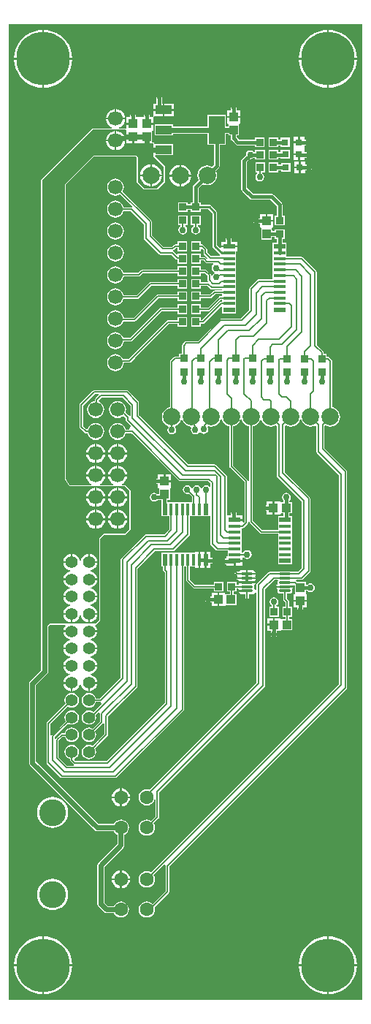
<source format=gtl>
G04*
G04 #@! TF.GenerationSoftware,Altium Limited,Altium Designer,20.2.6 (244)*
G04*
G04 Layer_Physical_Order=1*
G04 Layer_Color=255*
%FSLAX25Y25*%
%MOIN*%
G70*
G04*
G04 #@! TF.SameCoordinates,F8D89B87-7E0A-4264-8ED0-D3A3AC36F818*
G04*
G04*
G04 #@! TF.FilePolarity,Positive*
G04*
G01*
G75*
%ADD12C,0.01000*%
%ADD17R,0.03347X0.03543*%
%ADD18R,0.04134X0.03937*%
%ADD19R,0.05315X0.02362*%
%ADD20R,0.05315X0.01575*%
%ADD21O,0.05709X0.01181*%
%ADD22R,0.03937X0.04134*%
%ADD23C,0.07874*%
%ADD24R,0.03543X0.03347*%
%ADD25R,0.07284X0.12598*%
%ADD26R,0.07284X0.03937*%
%ADD27R,0.03150X0.03150*%
%ADD28R,0.02362X0.05315*%
%ADD29R,0.01575X0.05315*%
%ADD48C,0.00600*%
%ADD49C,0.01600*%
%ADD50C,0.02200*%
%ADD51C,0.01200*%
%ADD52C,0.01598*%
%ADD53C,0.06693*%
%ADD54C,0.06299*%
%ADD55C,0.12205*%
%ADD56C,0.05512*%
%ADD57C,0.24410*%
%ADD58C,0.02953*%
G36*
X163315Y2039D02*
X2039D01*
Y446780D01*
X163315D01*
X163315Y2039D01*
D02*
G37*
%LPC*%
G36*
X148038Y444316D02*
Y431502D01*
X160852D01*
X160720Y433174D01*
X160235Y435195D01*
X159440Y437116D01*
X158354Y438888D01*
X157004Y440468D01*
X155423Y441818D01*
X153651Y442904D01*
X151731Y443700D01*
X149710Y444185D01*
X148038Y444316D01*
D02*
G37*
G36*
X147238D02*
X145566Y444185D01*
X143545Y443700D01*
X141624Y442904D01*
X139852Y441818D01*
X138272Y440468D01*
X136922Y438888D01*
X135836Y437116D01*
X135040Y435195D01*
X134555Y433174D01*
X134424Y431502D01*
X147238D01*
Y444316D01*
D02*
G37*
G36*
X18116D02*
Y431502D01*
X30931D01*
X30799Y433174D01*
X30314Y435195D01*
X29518Y437116D01*
X28432Y438888D01*
X27083Y440468D01*
X25502Y441818D01*
X23730Y442904D01*
X21810Y443700D01*
X19789Y444185D01*
X18116Y444316D01*
D02*
G37*
G36*
X17316D02*
X15644Y444185D01*
X13623Y443700D01*
X11703Y442904D01*
X9931Y441818D01*
X8350Y440468D01*
X7001Y438888D01*
X5915Y437116D01*
X5119Y435195D01*
X4634Y433174D01*
X4502Y431502D01*
X17316D01*
Y444316D01*
D02*
G37*
G36*
X160852Y430702D02*
X148038D01*
Y417888D01*
X149710Y418020D01*
X151731Y418505D01*
X153651Y419301D01*
X155423Y420387D01*
X157004Y421736D01*
X158354Y423317D01*
X159440Y425089D01*
X160235Y427009D01*
X160720Y429030D01*
X160852Y430702D01*
D02*
G37*
G36*
X147238D02*
X134424D01*
X134555Y429030D01*
X135040Y427009D01*
X135836Y425089D01*
X136922Y423317D01*
X138272Y421736D01*
X139852Y420387D01*
X141624Y419301D01*
X143545Y418505D01*
X145566Y418020D01*
X147238Y417888D01*
Y430702D01*
D02*
G37*
G36*
X30931D02*
X18116D01*
Y417888D01*
X19789Y418020D01*
X21810Y418505D01*
X23730Y419301D01*
X25502Y420387D01*
X27083Y421736D01*
X28432Y423317D01*
X29518Y425089D01*
X30314Y427009D01*
X30799Y429030D01*
X30931Y430702D01*
D02*
G37*
G36*
X17316D02*
X4502D01*
X4634Y429030D01*
X5119Y427009D01*
X5915Y425089D01*
X7001Y423317D01*
X8350Y421736D01*
X9931Y420387D01*
X11703Y419301D01*
X13623Y418505D01*
X15644Y418020D01*
X17316Y417888D01*
Y430702D01*
D02*
G37*
G36*
X77339Y410724D02*
X73097D01*
Y408156D01*
X77339D01*
Y410724D01*
D02*
G37*
G36*
X70768Y415625D02*
X70261Y415524D01*
X69831Y415237D01*
X69543Y414807D01*
X69442Y414299D01*
Y410724D01*
X68055D01*
Y408156D01*
X72297D01*
Y410724D01*
X72093D01*
Y414299D01*
X71992Y414807D01*
X71705Y415237D01*
X71275Y415524D01*
X70768Y415625D01*
D02*
G37*
G36*
X104724Y410774D02*
X104217Y410673D01*
X103787Y410386D01*
X103500Y409956D01*
X103399Y409449D01*
Y407713D01*
X101716D01*
Y405046D01*
X107653D01*
Y407713D01*
X106050D01*
Y409449D01*
X105949Y409956D01*
X105662Y410386D01*
X105232Y410673D01*
X104724Y410774D01*
D02*
G37*
G36*
X77339Y407356D02*
X73097D01*
Y404787D01*
X77339D01*
Y407356D01*
D02*
G37*
G36*
X64961Y407625D02*
X64453Y407524D01*
X64023Y407236D01*
X63736Y406806D01*
X63635Y406299D01*
Y404524D01*
X62248D01*
X61748Y404524D01*
X61413Y404524D01*
X59987D01*
Y406299D01*
X59886Y406806D01*
X59599Y407236D01*
X59169Y407524D01*
X58661Y407625D01*
X58154Y407524D01*
X57724Y407236D01*
X57437Y406806D01*
X57336Y406299D01*
Y404524D01*
X55811D01*
Y401857D01*
X58780D01*
Y401057D01*
X55811D01*
Y399652D01*
X55771Y399584D01*
X55367Y399294D01*
X52487D01*
X52388Y399794D01*
X52940Y400022D01*
X53848Y400719D01*
X54545Y401627D01*
X54983Y402684D01*
X55079Y403419D01*
X50748D01*
X46417D01*
X46514Y402684D01*
X46951Y401627D01*
X47648Y400719D01*
X48556Y400022D01*
X49108Y399794D01*
X49009Y399294D01*
X40249Y399294D01*
X40248Y399294D01*
X39866Y399135D01*
X39866Y399135D01*
X16952Y376222D01*
X16794Y375839D01*
X16794Y375839D01*
X16794Y173583D01*
Y170915D01*
X16794Y170915D01*
Y152408D01*
X11681Y147295D01*
X11327Y146766D01*
X11203Y146142D01*
Y110079D01*
X11327Y109454D01*
X11681Y108925D01*
X41248Y79358D01*
X41777Y79005D01*
X42402Y78880D01*
X49914D01*
X50001Y78671D01*
X50586Y77909D01*
X51348Y77324D01*
X51518Y77254D01*
Y73117D01*
X42941Y64539D01*
X42587Y64010D01*
X42463Y63386D01*
Y45669D01*
X42587Y45045D01*
X42941Y44516D01*
X45500Y41957D01*
X46029Y41603D01*
X46654Y41479D01*
X49914D01*
X50001Y41270D01*
X50586Y40507D01*
X51348Y39922D01*
X52236Y39555D01*
X53189Y39429D01*
X54142Y39555D01*
X55029Y39922D01*
X55792Y40507D01*
X56377Y41270D01*
X56745Y42158D01*
X56870Y43110D01*
X56745Y44063D01*
X56377Y44951D01*
X55792Y45713D01*
X55029Y46298D01*
X54142Y46666D01*
X53189Y46791D01*
X52236Y46666D01*
X51348Y46298D01*
X50586Y45713D01*
X50001Y44951D01*
X49914Y44742D01*
X47329D01*
X45726Y46345D01*
Y62710D01*
X54303Y71287D01*
X54657Y71817D01*
X54781Y72441D01*
Y77221D01*
X55029Y77324D01*
X55792Y77909D01*
X56377Y78671D01*
X56745Y79559D01*
X56870Y80512D01*
X56745Y81464D01*
X56377Y82352D01*
X55792Y83115D01*
X55029Y83700D01*
X54142Y84067D01*
X53189Y84193D01*
X52236Y84067D01*
X51348Y83700D01*
X50586Y83115D01*
X50001Y82352D01*
X49914Y82143D01*
X43077D01*
X14466Y110755D01*
Y145466D01*
X19579Y150579D01*
X19932Y151108D01*
X20056Y151732D01*
Y172218D01*
X20880Y173041D01*
X23976D01*
X27618Y173041D01*
X27864Y172541D01*
X27428Y171973D01*
X27049Y171059D01*
X26973Y170479D01*
X30709D01*
Y169679D01*
X26973D01*
X27049Y169098D01*
X27428Y168185D01*
X28030Y167400D01*
X28815Y166798D01*
X29728Y166419D01*
X29923Y166394D01*
Y165890D01*
X29728Y165864D01*
X28815Y165486D01*
X28030Y164883D01*
X27428Y164099D01*
X27049Y163185D01*
X26973Y162605D01*
X30709D01*
Y161805D01*
X26973D01*
X27049Y161224D01*
X27428Y160311D01*
X28030Y159526D01*
X28815Y158924D01*
X29728Y158545D01*
X29923Y158520D01*
Y158016D01*
X29728Y157990D01*
X28815Y157612D01*
X28030Y157009D01*
X27428Y156225D01*
X27049Y155311D01*
X26973Y154731D01*
X30709D01*
Y153931D01*
X26973D01*
X27049Y153350D01*
X27428Y152437D01*
X28030Y151652D01*
X28815Y151050D01*
X29728Y150672D01*
X29923Y150646D01*
Y150142D01*
X29728Y150116D01*
X28815Y149738D01*
X28030Y149135D01*
X27428Y148351D01*
X27049Y147437D01*
X26973Y146857D01*
X30709D01*
Y146457D01*
X31109D01*
Y142721D01*
X31689Y142798D01*
X32603Y143176D01*
X33387Y143778D01*
X33989Y144562D01*
X34368Y145476D01*
X34394Y145671D01*
X34898D01*
X34923Y145476D01*
X35302Y144562D01*
X35904Y143778D01*
X36689Y143176D01*
X37602Y142798D01*
X38183Y142721D01*
Y146457D01*
X38583D01*
Y146857D01*
X42318D01*
X42242Y147437D01*
X41864Y148351D01*
X41261Y149135D01*
X40477Y149738D01*
X39563Y150116D01*
X39369Y150142D01*
Y150646D01*
X39563Y150672D01*
X40477Y151050D01*
X41261Y151652D01*
X41864Y152437D01*
X42242Y153350D01*
X42318Y153931D01*
X38583D01*
Y154731D01*
X42318D01*
X42242Y155311D01*
X41864Y156225D01*
X41261Y157009D01*
X40477Y157612D01*
X39563Y157990D01*
X39369Y158016D01*
Y158520D01*
X39563Y158545D01*
X40477Y158924D01*
X41261Y159526D01*
X41864Y160311D01*
X42242Y161224D01*
X42318Y161805D01*
X38583D01*
Y162605D01*
X42318D01*
X42242Y163185D01*
X41864Y164099D01*
X41261Y164883D01*
X40477Y165486D01*
X39563Y165864D01*
X39369Y165890D01*
Y166394D01*
X39563Y166419D01*
X40477Y166798D01*
X41261Y167400D01*
X41864Y168185D01*
X42242Y169098D01*
X42318Y169679D01*
X38583D01*
Y170479D01*
X42318D01*
X42242Y171059D01*
X41864Y171973D01*
X41427Y172541D01*
X41674Y173041D01*
X41693D01*
X41693Y173041D01*
X42076Y173200D01*
X43663Y174787D01*
X43663Y174787D01*
X43821Y175170D01*
X43821Y175170D01*
X43821Y212372D01*
X45498Y214026D01*
X55118D01*
X55501Y214184D01*
X57469Y216153D01*
X57628Y216535D01*
X57628Y216535D01*
Y234198D01*
X57628Y234198D01*
X57469Y234580D01*
X55474Y236576D01*
X55091Y236735D01*
X55091Y236735D01*
X53678D01*
X53579Y237234D01*
X53846Y237345D01*
X54754Y238042D01*
X55450Y238950D01*
X55888Y240007D01*
X55985Y240742D01*
X51653D01*
X47322D01*
X47419Y240007D01*
X47857Y238950D01*
X48554Y238042D01*
X49462Y237345D01*
X49729Y237234D01*
X49629Y236735D01*
X43678D01*
X43578Y237234D01*
X43845Y237345D01*
X44754Y238042D01*
X45450Y238950D01*
X45888Y240007D01*
X45985Y240742D01*
X41654D01*
X37322D01*
X37419Y240007D01*
X37857Y238950D01*
X38554Y238042D01*
X39462Y237345D01*
X39729Y237234D01*
X39629Y236735D01*
X29827D01*
X28073Y239541D01*
Y373764D01*
X40827Y386518D01*
X59985D01*
X60455Y386048D01*
X60455Y375051D01*
X60455Y375051D01*
X60614Y374669D01*
X60614Y374669D01*
X63645Y371637D01*
X63645Y371637D01*
X64028Y371479D01*
X64028Y371479D01*
X69658Y371479D01*
X69658Y371479D01*
X70041Y371637D01*
X73190Y374787D01*
X73349Y375170D01*
X73349Y375170D01*
Y381863D01*
X73349Y381863D01*
X73190Y382245D01*
X73190Y382245D01*
X68758Y386677D01*
X68965Y387177D01*
X76839D01*
Y392114D01*
X68979D01*
X68538Y392160D01*
X68393Y392547D01*
X68375Y392617D01*
X68288Y392733D01*
X68233Y392867D01*
X68169Y392894D01*
X68127Y392949D01*
X67984Y392970D01*
X67850Y393025D01*
X67350D01*
Y397890D01*
X67350Y398118D01*
X67738Y398390D01*
X67850D01*
Y401057D01*
X64882D01*
Y401857D01*
X67850D01*
Y404098D01*
X67850Y404255D01*
X67879Y404395D01*
X67905Y404483D01*
X67962Y404599D01*
X68185Y404750D01*
X68399Y404787D01*
X68508Y404787D01*
X72297D01*
Y407356D01*
X68055D01*
Y405213D01*
X68055Y405056D01*
X68026Y404916D01*
X68001Y404828D01*
X67943Y404712D01*
X67720Y404561D01*
X67506Y404524D01*
X67395Y404524D01*
X66286D01*
Y406299D01*
X66185Y406806D01*
X65898Y407236D01*
X65468Y407524D01*
X64961Y407625D01*
D02*
G37*
G36*
X51148Y408150D02*
Y404219D01*
X55079D01*
X54983Y404953D01*
X54545Y406011D01*
X53848Y406919D01*
X52940Y407616D01*
X51883Y408053D01*
X51148Y408150D01*
D02*
G37*
G36*
X50348D02*
X49613Y408053D01*
X48556Y407616D01*
X47648Y406919D01*
X46951Y406011D01*
X46514Y404953D01*
X46417Y404219D01*
X50348D01*
Y408150D01*
D02*
G37*
G36*
X101051Y405500D02*
X92768D01*
Y400332D01*
X76839D01*
Y401169D01*
X68555D01*
Y396232D01*
X76839D01*
Y397069D01*
X92768D01*
Y391902D01*
X95584D01*
Y382892D01*
X94590Y381898D01*
X93678Y382276D01*
X92520Y382428D01*
X91361Y382276D01*
X90282Y381828D01*
X89355Y381117D01*
X88644Y380190D01*
X88197Y379111D01*
X88044Y377953D01*
X88197Y376795D01*
X88575Y375882D01*
X86307Y373614D01*
X86019Y373184D01*
X85919Y372677D01*
Y365717D01*
X84972D01*
Y364869D01*
X83728D01*
Y365717D01*
X79185D01*
Y361370D01*
X83728D01*
Y362218D01*
X84972D01*
Y361370D01*
X89516D01*
Y362524D01*
X93121D01*
X95043Y360601D01*
Y345669D01*
X95121Y345279D01*
X95342Y344948D01*
X98472Y341818D01*
X98472Y341217D01*
X98408Y341131D01*
X94275D01*
X92520Y342886D01*
Y344123D01*
X92458Y344435D01*
X92281Y344700D01*
X92281Y344700D01*
X90774Y346207D01*
X90509Y346384D01*
X90197Y346446D01*
X90197Y346446D01*
X89555D01*
Y347902D01*
X85209D01*
Y343358D01*
X89555D01*
Y344411D01*
X90055Y344618D01*
X90888Y343785D01*
Y342548D01*
X90888Y342548D01*
X90950Y342236D01*
X91127Y341971D01*
X92828Y340271D01*
X92663Y339728D01*
X92550Y339706D01*
X91758Y340498D01*
X91493Y340675D01*
X91181Y340737D01*
X91181Y340737D01*
X89555D01*
Y342193D01*
X85209D01*
Y337650D01*
X89555D01*
Y339106D01*
X90843D01*
X91922Y338026D01*
X91922Y338026D01*
X92187Y337850D01*
X92499Y337788D01*
X95179D01*
X95331Y337287D01*
X95130Y337153D01*
X94693Y336500D01*
X94540Y335728D01*
X94693Y334957D01*
X95130Y334303D01*
X95784Y333867D01*
X95831Y333857D01*
X95873Y333446D01*
X95859Y333342D01*
X95229Y332921D01*
X94834Y332331D01*
X94800Y332331D01*
X94334Y332466D01*
X94272Y332778D01*
X94095Y333043D01*
X94095Y333043D01*
X92388Y334750D01*
X92123Y334927D01*
X91811Y334989D01*
X91811Y334989D01*
X89555D01*
Y336445D01*
X85209D01*
Y331902D01*
X89555D01*
Y333358D01*
X91473D01*
X92703Y332128D01*
Y330104D01*
X92703Y330103D01*
X92765Y329791D01*
X92851Y329662D01*
X92696Y329265D01*
X92599Y329162D01*
X89555D01*
Y330736D01*
X85209D01*
Y326193D01*
X89555D01*
Y327531D01*
X92618D01*
X93954Y326195D01*
X93954Y326195D01*
X94218Y326018D01*
X94530Y325956D01*
X99461D01*
Y325442D01*
X95886D01*
X95886Y325442D01*
X95574Y325380D01*
X95309Y325203D01*
X93678Y323572D01*
X89555D01*
Y325028D01*
X85209D01*
Y320484D01*
X89555D01*
Y321940D01*
X94016D01*
X94016Y321940D01*
X94328Y322002D01*
X94592Y322179D01*
X96224Y323810D01*
X99461D01*
Y322883D01*
X98445D01*
X98445Y322883D01*
X98133Y322820D01*
X97868Y322644D01*
X97868Y322644D01*
X92891Y317666D01*
X89555D01*
Y319122D01*
X85209D01*
Y314579D01*
X89555D01*
Y316035D01*
X93228D01*
X93228Y316035D01*
X93541Y316097D01*
X93805Y316274D01*
X98783Y321251D01*
X99461D01*
Y320554D01*
X99035Y320323D01*
X98723Y320261D01*
X98459Y320085D01*
X98459Y320085D01*
X90331Y311957D01*
X89555D01*
Y313413D01*
X85209D01*
Y308870D01*
X89555D01*
Y310326D01*
X90669D01*
X90669Y310326D01*
X90981Y310388D01*
X91246Y310565D01*
X98961Y318280D01*
X99112Y318262D01*
X99461Y318072D01*
Y314874D01*
X105776D01*
Y318220D01*
Y320779D01*
Y323339D01*
Y325898D01*
Y328457D01*
Y331016D01*
Y333575D01*
Y336134D01*
Y338693D01*
Y343311D01*
X106276D01*
Y345092D01*
X98961D01*
Y344867D01*
X98499Y344675D01*
X97083Y346092D01*
Y361024D01*
X97005Y361414D01*
X96784Y361745D01*
X94264Y364264D01*
X93933Y364485D01*
X93543Y364563D01*
X89516D01*
Y365717D01*
X88570D01*
Y372128D01*
X90449Y374008D01*
X91361Y373630D01*
X92520Y373478D01*
X93678Y373630D01*
X94757Y374077D01*
X95684Y374788D01*
X96395Y375715D01*
X96842Y376795D01*
X96995Y377953D01*
X96842Y379111D01*
X96465Y380023D01*
X97847Y381405D01*
X98134Y381835D01*
X98235Y382343D01*
Y391902D01*
X101051D01*
Y397069D01*
X102216D01*
Y396173D01*
X103360D01*
Y394882D01*
X103461Y394375D01*
X103748Y393945D01*
X105559Y392134D01*
X105989Y391846D01*
X106496Y391745D01*
X114461D01*
Y390799D01*
X118807D01*
Y395342D01*
X114461D01*
Y394396D01*
X107045D01*
X106010Y395431D01*
Y396173D01*
X107153D01*
Y401079D01*
X107153Y401307D01*
X107541Y401579D01*
X107653D01*
Y404246D01*
X101716D01*
Y401579D01*
X101829D01*
X102216Y401307D01*
X102216Y401079D01*
Y400332D01*
X101051D01*
Y405500D01*
D02*
G37*
G36*
X134049Y395646D02*
X131874D01*
Y393471D01*
X134049D01*
Y395646D01*
D02*
G37*
G36*
X124909Y395342D02*
X120563D01*
Y390799D01*
X124909D01*
Y391745D01*
X126075D01*
Y390996D01*
X130224D01*
Y395146D01*
X126075D01*
Y394396D01*
X124909D01*
Y395342D01*
D02*
G37*
G36*
X118846Y389634D02*
X114500D01*
Y388727D01*
X113696D01*
X113630Y388826D01*
X112976Y389263D01*
X112205Y389417D01*
X111434Y389263D01*
X110780Y388826D01*
X110343Y388173D01*
X110190Y387402D01*
X110213Y387284D01*
X108512Y385583D01*
X108224Y385153D01*
X108123Y384646D01*
Y371654D01*
X108224Y371146D01*
X108512Y370716D01*
X112055Y367173D01*
X112485Y366886D01*
X112992Y366785D01*
X121498D01*
X124265Y364018D01*
Y359457D01*
X123319D01*
Y355110D01*
X127862D01*
Y359457D01*
X126916D01*
Y364567D01*
X126815Y365074D01*
X126528Y365504D01*
X122985Y369047D01*
X122555Y369335D01*
X122047Y369436D01*
X113541D01*
X110774Y372203D01*
Y384097D01*
X112087Y385410D01*
X112205Y385386D01*
X112976Y385540D01*
X113630Y385977D01*
X113696Y386076D01*
X114500D01*
Y385090D01*
X118846D01*
Y389634D01*
D02*
G37*
G36*
X130264D02*
X126114D01*
Y388687D01*
X124949D01*
Y389634D01*
X120602D01*
Y385090D01*
X124949D01*
Y386037D01*
X126114D01*
Y385484D01*
X130264D01*
Y389634D01*
D02*
G37*
G36*
X137024Y395646D02*
X134849D01*
Y393071D01*
X134449D01*
Y392671D01*
X131874D01*
Y390617D01*
X131874Y390496D01*
X131913Y390012D01*
Y387959D01*
X134488D01*
Y387559D01*
X134888D01*
Y384984D01*
X137063D01*
Y386076D01*
X138976D01*
X139484Y386177D01*
X139914Y386464D01*
X140201Y386894D01*
X140302Y387402D01*
X140201Y387909D01*
X139914Y388339D01*
X139484Y388626D01*
X138976Y388727D01*
X137063D01*
Y390012D01*
X137063Y390134D01*
X137024Y390617D01*
Y391588D01*
X138583D01*
X139090Y391689D01*
X139520Y391976D01*
X139807Y392406D01*
X139908Y392913D01*
X139807Y393421D01*
X139520Y393851D01*
X139090Y394138D01*
X138583Y394239D01*
X137024D01*
Y395646D01*
D02*
G37*
G36*
X134088Y387159D02*
X131913D01*
Y384984D01*
X134088D01*
Y387159D01*
D02*
G37*
G36*
X134403Y384189D02*
X132228D01*
Y382014D01*
X134403D01*
Y384189D01*
D02*
G37*
G36*
X124988Y383886D02*
X120642D01*
Y379343D01*
X124988D01*
Y380290D01*
X126429D01*
Y379539D01*
X130579D01*
Y383689D01*
X126429D01*
Y382939D01*
X124988D01*
Y383886D01*
D02*
G37*
G36*
X137378Y384189D02*
X135203D01*
Y381614D01*
X134803D01*
D01*
X135203D01*
Y379039D01*
X137378D01*
Y380171D01*
X138976D01*
X139484Y380272D01*
X139914Y380559D01*
X140201Y380989D01*
X140302Y381496D01*
X140201Y382003D01*
X139914Y382433D01*
X139484Y382721D01*
X138976Y382821D01*
X137378D01*
Y384189D01*
D02*
G37*
G36*
X134403Y381214D02*
X132228D01*
Y379039D01*
X134403D01*
Y381214D01*
D02*
G37*
G36*
X80676Y382722D02*
Y378195D01*
X85202D01*
X85085Y379084D01*
X84588Y380285D01*
X83797Y381316D01*
X82765Y382108D01*
X81564Y382605D01*
X80676Y382722D01*
D02*
G37*
G36*
X79876D02*
X78987Y382605D01*
X77786Y382108D01*
X76754Y381316D01*
X75963Y380285D01*
X75466Y379084D01*
X75349Y378195D01*
X79876D01*
Y382722D01*
D02*
G37*
G36*
X118886Y383886D02*
X114539D01*
Y379343D01*
X115336D01*
X115488Y378842D01*
X115111Y378590D01*
X114674Y377937D01*
X114520Y377165D01*
X114674Y376394D01*
X115111Y375741D01*
X115764Y375304D01*
X116535Y375150D01*
X117307Y375304D01*
X117960Y375741D01*
X118397Y376394D01*
X118551Y377165D01*
X118397Y377937D01*
X117960Y378590D01*
X117583Y378842D01*
X117734Y379343D01*
X118886D01*
Y383886D01*
D02*
G37*
G36*
X85202Y377395D02*
X80676D01*
Y372868D01*
X81564Y372985D01*
X82765Y373483D01*
X83797Y374274D01*
X84588Y375306D01*
X85085Y376506D01*
X85202Y377395D01*
D02*
G37*
G36*
X79876D02*
X75349D01*
X75466Y376506D01*
X75963Y375306D01*
X76754Y374274D01*
X77786Y373483D01*
X78987Y372985D01*
X79876Y372868D01*
Y377395D01*
D02*
G37*
G36*
X50748Y376439D02*
X49744Y376307D01*
X48808Y375919D01*
X48005Y375302D01*
X47388Y374499D01*
X47001Y373563D01*
X46868Y372559D01*
X47001Y371555D01*
X47388Y370619D01*
X48005Y369816D01*
X48808Y369199D01*
X49744Y368812D01*
X50748Y368679D01*
X51752Y368812D01*
X52688Y369199D01*
X52839Y369315D01*
X58406Y363748D01*
X58111Y363335D01*
X57913Y363375D01*
X57913Y363375D01*
X54520D01*
X54496Y363563D01*
X54108Y364499D01*
X53491Y365302D01*
X52688Y365919D01*
X51752Y366306D01*
X50748Y366439D01*
X49744Y366306D01*
X48808Y365919D01*
X48005Y365302D01*
X47388Y364499D01*
X47001Y363563D01*
X46868Y362559D01*
X47001Y361555D01*
X47388Y360619D01*
X48005Y359816D01*
X48808Y359199D01*
X49744Y358812D01*
X50748Y358679D01*
X51752Y358812D01*
X52688Y359199D01*
X53491Y359816D01*
X54108Y360619D01*
X54496Y361555D01*
X54520Y361743D01*
X57576D01*
X63751Y355568D01*
Y349213D01*
X63751Y349213D01*
X63813Y348901D01*
X63990Y348636D01*
X70683Y341943D01*
X70683Y341943D01*
X70948Y341766D01*
X71260Y341704D01*
X76434D01*
X78481Y339657D01*
X78481Y339657D01*
X78746Y339480D01*
X79058Y339418D01*
X79106Y338937D01*
Y337650D01*
X83453D01*
Y342193D01*
X79106D01*
Y341992D01*
X78644Y341800D01*
X77348Y343096D01*
X77140Y343236D01*
X77110Y343504D01*
X77140Y343772D01*
X77348Y343911D01*
X78251Y344814D01*
X79106D01*
Y343358D01*
X83453D01*
Y347902D01*
X79106D01*
Y346446D01*
X77913D01*
X77601Y346384D01*
X77337Y346207D01*
X77337Y346207D01*
X76434Y345304D01*
X72779D01*
X67351Y350732D01*
Y356772D01*
X67351Y356772D01*
X67289Y357084D01*
X67112Y357348D01*
X67112Y357348D01*
X53992Y370468D01*
X54108Y370619D01*
X54496Y371555D01*
X54628Y372559D01*
X54496Y373563D01*
X54108Y374499D01*
X53491Y375302D01*
X52688Y375919D01*
X51752Y376307D01*
X50748Y376439D01*
D02*
G37*
G36*
X122653Y360252D02*
X120085D01*
Y357585D01*
X122653D01*
Y360252D01*
D02*
G37*
G36*
X89516Y359614D02*
X84972D01*
Y355268D01*
X86212D01*
X86364Y354768D01*
X85898Y354456D01*
X85461Y353803D01*
X85308Y353031D01*
X85461Y352260D01*
X85898Y351607D01*
X86552Y351170D01*
X87323Y351016D01*
X88094Y351170D01*
X88748Y351607D01*
X89185Y352260D01*
X89338Y353031D01*
X89185Y353803D01*
X88748Y354456D01*
X88282Y354768D01*
X88433Y355268D01*
X89516D01*
Y359614D01*
D02*
G37*
G36*
X83728D02*
X79185D01*
Y355268D01*
X80307D01*
X80458Y354768D01*
X79992Y354456D01*
X79556Y353803D01*
X79402Y353031D01*
X79556Y352260D01*
X79992Y351607D01*
X80646Y351170D01*
X81417Y351016D01*
X82188Y351170D01*
X82842Y351607D01*
X83279Y352260D01*
X83432Y353031D01*
X83279Y353803D01*
X82842Y354456D01*
X82376Y354768D01*
X82528Y355268D01*
X83728D01*
Y359614D01*
D02*
G37*
G36*
X50748Y356439D02*
X49744Y356307D01*
X48808Y355919D01*
X48005Y355302D01*
X47388Y354499D01*
X47001Y353563D01*
X46868Y352559D01*
X47001Y351555D01*
X47388Y350619D01*
X48005Y349816D01*
X48808Y349199D01*
X49744Y348812D01*
X50748Y348679D01*
X51752Y348812D01*
X52688Y349199D01*
X53491Y349816D01*
X54108Y350619D01*
X54496Y351555D01*
X54628Y352559D01*
X54496Y353563D01*
X54108Y354499D01*
X53491Y355302D01*
X52688Y355919D01*
X51752Y356307D01*
X50748Y356439D01*
D02*
G37*
G36*
X102362Y351325D02*
X101855Y351225D01*
X101425Y350937D01*
X101138Y350507D01*
X101037Y350000D01*
Y347673D01*
X98961D01*
Y345892D01*
X106276D01*
Y347673D01*
X103688D01*
Y350000D01*
X103587Y350507D01*
X103299Y350937D01*
X102869Y351225D01*
X102362Y351325D01*
D02*
G37*
G36*
X50748Y346439D02*
X49744Y346306D01*
X48808Y345919D01*
X48005Y345302D01*
X47388Y344499D01*
X47001Y343563D01*
X46868Y342559D01*
X47001Y341555D01*
X47388Y340619D01*
X48005Y339816D01*
X48808Y339199D01*
X49744Y338812D01*
X50748Y338679D01*
X51752Y338812D01*
X52688Y339199D01*
X53491Y339816D01*
X54108Y340619D01*
X54496Y341555D01*
X54628Y342559D01*
X54496Y343563D01*
X54108Y344499D01*
X53491Y345302D01*
X52688Y345919D01*
X51752Y346306D01*
X50748Y346439D01*
D02*
G37*
G36*
X83453Y336445D02*
X79106D01*
Y334989D01*
X62913D01*
X62601Y334927D01*
X62337Y334750D01*
X62337Y334750D01*
X61079Y333493D01*
X54505D01*
X54496Y333563D01*
X54108Y334499D01*
X53491Y335302D01*
X52688Y335919D01*
X51752Y336307D01*
X50748Y336439D01*
X49744Y336307D01*
X48808Y335919D01*
X48005Y335302D01*
X47388Y334499D01*
X47001Y333563D01*
X46868Y332559D01*
X47001Y331555D01*
X47388Y330619D01*
X48005Y329816D01*
X48808Y329199D01*
X49744Y328812D01*
X50748Y328679D01*
X51752Y328812D01*
X52688Y329199D01*
X53491Y329816D01*
X54108Y330619D01*
X54496Y331555D01*
X54536Y331861D01*
X61417D01*
X61417Y331861D01*
X61730Y331924D01*
X61994Y332100D01*
X63251Y333358D01*
X79106D01*
Y331902D01*
X83453D01*
Y336445D01*
D02*
G37*
G36*
X119285Y360252D02*
X116717D01*
Y358412D01*
X114961D01*
X114453Y358311D01*
X114023Y358024D01*
X113736Y357594D01*
X113635Y357087D01*
X113736Y356579D01*
X114023Y356149D01*
X114453Y355862D01*
X114961Y355761D01*
X116717D01*
Y354118D01*
X116829D01*
X117217Y353847D01*
X117217Y353618D01*
Y348713D01*
X122153D01*
Y349856D01*
X123319D01*
Y349008D01*
X124324D01*
Y347173D01*
X122492D01*
Y343811D01*
Y341252D01*
Y338693D01*
Y336134D01*
Y333575D01*
Y330560D01*
X115965D01*
X115965Y330560D01*
X115652Y330498D01*
X115388Y330321D01*
X112022Y326955D01*
X111845Y326690D01*
X111783Y326378D01*
X111783Y326378D01*
Y316480D01*
X107930Y312627D01*
X98819D01*
X98819Y312627D01*
X98507Y312565D01*
X98242Y312388D01*
X98242Y312388D01*
X88245Y302391D01*
X83071D01*
X82759Y302328D01*
X82494Y302152D01*
X82494Y302151D01*
X81313Y300971D01*
X81136Y300706D01*
X81074Y300394D01*
X81074Y300394D01*
Y296661D01*
X79618D01*
Y295304D01*
X77953D01*
X77641Y295242D01*
X77376Y295065D01*
X77376Y295065D01*
X75801Y293490D01*
X75624Y293226D01*
X75562Y292913D01*
X75562Y292913D01*
Y272163D01*
X75220Y272118D01*
X74140Y271671D01*
X73213Y270960D01*
X72502Y270033D01*
X72055Y268954D01*
X71903Y267795D01*
X72055Y266637D01*
X72502Y265558D01*
X73213Y264631D01*
X74140Y263920D01*
X74718Y263680D01*
X74774Y263574D01*
X74851Y263084D01*
X74516Y262582D01*
X74363Y261811D01*
X74516Y261040D01*
X74953Y260386D01*
X75607Y259949D01*
X76378Y259796D01*
X77149Y259949D01*
X77803Y260386D01*
X78240Y261040D01*
X78393Y261811D01*
X78240Y262582D01*
X77904Y263084D01*
X77982Y263574D01*
X78038Y263680D01*
X78616Y263920D01*
X79542Y264631D01*
X80254Y265558D01*
X80648Y266510D01*
X81163Y266510D01*
X81557Y265558D01*
X82269Y264631D01*
X83195Y263920D01*
X84275Y263473D01*
X85094Y263365D01*
X85337Y262828D01*
X85225Y262660D01*
X85071Y261889D01*
X85225Y261118D01*
X85662Y260464D01*
X86315Y260028D01*
X87086Y259874D01*
X87858Y260028D01*
X88511Y260464D01*
X88840Y260956D01*
X89339Y261012D01*
X89418Y260991D01*
X89638Y260662D01*
X90292Y260225D01*
X91063Y260071D01*
X91834Y260225D01*
X92488Y260662D01*
X92925Y261315D01*
X93078Y262087D01*
X92925Y262858D01*
X92702Y263192D01*
X93033Y263595D01*
X93330Y263473D01*
X94488Y263320D01*
X95647Y263473D01*
X96726Y263920D01*
X97653Y264631D01*
X98364Y265558D01*
X98759Y266510D01*
X99273Y266510D01*
X99668Y265558D01*
X100379Y264631D01*
X101306Y263920D01*
X102385Y263473D01*
X102728Y263427D01*
Y245276D01*
X102728Y245276D01*
X102790Y244963D01*
X102966Y244699D01*
X109566Y238100D01*
Y219811D01*
X109254Y219557D01*
X108795Y219757D01*
Y220407D01*
X105138D01*
Y221207D01*
X108795D01*
Y222988D01*
X106050D01*
Y224803D01*
X105949Y225310D01*
X105662Y225740D01*
X105232Y226028D01*
X104724Y226129D01*
X104217Y226028D01*
X103787Y225740D01*
X103500Y225310D01*
X103399Y224803D01*
Y222988D01*
X101603D01*
Y240551D01*
X101541Y240863D01*
X101364Y241128D01*
X101364Y241128D01*
X96640Y245852D01*
X96375Y246029D01*
X96063Y246091D01*
X96063Y246091D01*
X84039D01*
X61446Y268684D01*
Y274410D01*
X61383Y274722D01*
X61207Y274986D01*
X61207Y274986D01*
X56443Y279750D01*
X56178Y279927D01*
X55866Y279989D01*
X55866Y279989D01*
X40984D01*
X40672Y279927D01*
X40407Y279750D01*
X40407Y279750D01*
X34463Y273805D01*
X34286Y273540D01*
X34224Y273228D01*
X34224Y273228D01*
Y263386D01*
X34224Y263386D01*
X34286Y263074D01*
X34463Y262809D01*
X36707Y260565D01*
X36707Y260565D01*
X36971Y260388D01*
X37284Y260326D01*
X37284Y260326D01*
X37881D01*
X37906Y260138D01*
X38294Y259202D01*
X38910Y258398D01*
X39714Y257782D01*
X40649Y257394D01*
X41653Y257262D01*
X42658Y257394D01*
X43593Y257782D01*
X44397Y258398D01*
X45013Y259202D01*
X45401Y260138D01*
X45533Y261142D01*
X45401Y262146D01*
X45013Y263082D01*
X44397Y263885D01*
X43593Y264502D01*
X42658Y264889D01*
X41653Y265021D01*
X40649Y264889D01*
X39714Y264502D01*
X38910Y263885D01*
X38294Y263082D01*
X37975Y262311D01*
X37539Y262166D01*
X37405Y262173D01*
X35855Y263724D01*
Y272890D01*
X41322Y278358D01*
X42954D01*
X43161Y277858D01*
X41549Y276246D01*
X41372Y275981D01*
X41310Y275669D01*
X41310Y275669D01*
Y274976D01*
X40649Y274889D01*
X39714Y274502D01*
X38910Y273885D01*
X38294Y273082D01*
X37906Y272146D01*
X37774Y271142D01*
X37906Y270138D01*
X38294Y269202D01*
X38910Y268398D01*
X39714Y267782D01*
X40649Y267394D01*
X41653Y267262D01*
X42658Y267394D01*
X43593Y267782D01*
X44397Y268398D01*
X45013Y269202D01*
X45401Y270138D01*
X45533Y271142D01*
X45401Y272146D01*
X45013Y273082D01*
X44397Y273885D01*
X43593Y274502D01*
X42942Y274771D01*
Y275331D01*
X44354Y276743D01*
X53953D01*
X57649Y273048D01*
Y269125D01*
X57649Y268724D01*
X57287Y268369D01*
X56740Y268429D01*
X55293Y269877D01*
X55401Y270138D01*
X55533Y271142D01*
X55401Y272146D01*
X55013Y273082D01*
X54397Y273885D01*
X53593Y274502D01*
X52658Y274889D01*
X51653Y275021D01*
X50649Y274889D01*
X49714Y274502D01*
X48910Y273885D01*
X48294Y273082D01*
X47906Y272146D01*
X47774Y271142D01*
X47906Y270138D01*
X48294Y269202D01*
X48910Y268398D01*
X49714Y267782D01*
X50649Y267394D01*
X51653Y267262D01*
X52658Y267394D01*
X53593Y267782D01*
X54397Y268398D01*
X54460Y268403D01*
X55484Y267379D01*
Y266378D01*
X55484Y266378D01*
X55546Y266066D01*
X55722Y265801D01*
X57264Y264259D01*
X57598Y263898D01*
Y263898D01*
X57540Y263735D01*
X57540Y263735D01*
X56960Y262126D01*
X56960D01*
X56960Y262125D01*
X56530Y261957D01*
X55426D01*
X55401Y262146D01*
X55013Y263082D01*
X54397Y263885D01*
X53593Y264502D01*
X52658Y264889D01*
X51653Y265021D01*
X50649Y264889D01*
X49714Y264502D01*
X48910Y263885D01*
X48294Y263082D01*
X47906Y262146D01*
X47774Y261142D01*
X47906Y260138D01*
X48294Y259202D01*
X48910Y258398D01*
X49714Y257782D01*
X50649Y257394D01*
X51653Y257262D01*
X52658Y257394D01*
X53593Y257782D01*
X54397Y258398D01*
X55013Y259202D01*
X55401Y260138D01*
X55426Y260326D01*
X58048D01*
X79581Y238793D01*
X79581Y238793D01*
X79845Y238616D01*
X80158Y238554D01*
X80158Y238554D01*
X93087D01*
X94066Y237576D01*
Y236169D01*
X93566Y236017D01*
X93530Y236071D01*
X92877Y236507D01*
X92106Y236661D01*
X91334Y236507D01*
X90681Y236071D01*
X90244Y235417D01*
X90205Y235223D01*
X89696D01*
X89657Y235417D01*
X89220Y236071D01*
X88566Y236507D01*
X87795Y236661D01*
X87024Y236507D01*
X86370Y236071D01*
X85934Y235417D01*
X85885Y235172D01*
X85375D01*
X85326Y235417D01*
X84890Y236071D01*
X84236Y236507D01*
X83465Y236661D01*
X82693Y236507D01*
X82040Y236071D01*
X81603Y235417D01*
X81450Y234646D01*
X81603Y233875D01*
X82040Y233221D01*
X82693Y232784D01*
X83465Y232631D01*
X84183Y232773D01*
X85562Y231394D01*
Y228787D01*
X74436D01*
Y229992D01*
X75579D01*
Y234898D01*
X75579Y235126D01*
X75966Y235398D01*
X76079D01*
Y238065D01*
X73110D01*
Y238465D01*
X72710D01*
Y241531D01*
X70142D01*
Y239751D01*
X68504D01*
X67997Y239650D01*
X67567Y239362D01*
X67279Y238932D01*
X67178Y238425D01*
X67279Y237918D01*
X67567Y237488D01*
X67997Y237201D01*
X68504Y237100D01*
X70142D01*
Y235398D01*
X70254D01*
X70642Y235126D01*
X70642Y234898D01*
Y232585D01*
X69724D01*
X69157Y232964D01*
X68386Y233118D01*
X67615Y232964D01*
X66961Y232527D01*
X66524Y231873D01*
X66371Y231102D01*
X66524Y230331D01*
X66961Y229678D01*
X67615Y229241D01*
X68386Y229087D01*
X69157Y229241D01*
X69811Y229678D01*
X69982Y229934D01*
X71785D01*
Y228787D01*
X71508D01*
Y222473D01*
X75326D01*
Y216637D01*
X72891Y214201D01*
X64567D01*
X64567Y214201D01*
X64255Y214139D01*
X63990Y213963D01*
X63990Y213963D01*
X53360Y203333D01*
X53183Y203068D01*
X53121Y202756D01*
X53121Y202756D01*
Y148763D01*
X43757Y139398D01*
X41759D01*
X41755Y139433D01*
X41427Y140225D01*
X40905Y140905D01*
X40225Y141427D01*
X39433Y141755D01*
X38583Y141867D01*
X37733Y141755D01*
X36941Y141427D01*
X36261Y140905D01*
X35739Y140225D01*
X35411Y139433D01*
X35299Y138583D01*
X35411Y137733D01*
X35739Y136941D01*
X36261Y136260D01*
X36941Y135739D01*
X37733Y135411D01*
X38583Y135299D01*
X39433Y135411D01*
X40225Y135739D01*
X40905Y136260D01*
X41427Y136941D01*
X41755Y137733D01*
X41759Y137767D01*
X44094D01*
X44094Y137767D01*
X44102Y137769D01*
X44367Y136860D01*
X40698Y133190D01*
X40225Y133553D01*
X39433Y133881D01*
X38583Y133993D01*
X37733Y133881D01*
X36941Y133553D01*
X36261Y133031D01*
X35739Y132351D01*
X35411Y131559D01*
X35299Y130709D01*
X35411Y129859D01*
X35739Y129067D01*
X36261Y128386D01*
X36941Y127865D01*
X37733Y127537D01*
X38583Y127425D01*
X39433Y127537D01*
X40225Y127865D01*
X40905Y128386D01*
X41427Y129067D01*
X41755Y129859D01*
X41867Y130709D01*
X41755Y131559D01*
X41643Y131828D01*
X42983Y133168D01*
X43676Y132694D01*
X43672Y132677D01*
X43672Y132677D01*
Y129078D01*
X40252Y125658D01*
X40225Y125679D01*
X39433Y126007D01*
X38583Y126119D01*
X37733Y126007D01*
X36941Y125679D01*
X36261Y125157D01*
X35739Y124477D01*
X35411Y123685D01*
X35299Y122835D01*
X35411Y121985D01*
X35739Y121193D01*
X36261Y120512D01*
X36941Y119991D01*
X37733Y119663D01*
X38583Y119551D01*
X39433Y119663D01*
X40225Y119991D01*
X40905Y120512D01*
X41427Y121193D01*
X41755Y121985D01*
X41867Y122835D01*
X41755Y123685D01*
X41427Y124477D01*
X41406Y124504D01*
X45065Y128163D01*
X45065Y128163D01*
X45563Y128031D01*
X45641Y127976D01*
Y123172D01*
X40252Y117784D01*
X40225Y117805D01*
X39433Y118133D01*
X38583Y118245D01*
X37733Y118133D01*
X36941Y117805D01*
X36261Y117283D01*
X35739Y116603D01*
X35411Y115811D01*
X35299Y114961D01*
X35411Y114111D01*
X35739Y113319D01*
X36261Y112638D01*
X36941Y112117D01*
X37733Y111788D01*
X38583Y111677D01*
X39433Y111788D01*
X40225Y112117D01*
X40905Y112638D01*
X41427Y113319D01*
X41755Y114111D01*
X41867Y114961D01*
X41755Y115811D01*
X41427Y116603D01*
X41406Y116630D01*
X47033Y122258D01*
X47034Y122258D01*
X47210Y122522D01*
X47272Y122835D01*
Y131158D01*
X60419Y144305D01*
X60419Y144305D01*
X60596Y144570D01*
X60658Y144882D01*
Y198481D01*
X68805Y206628D01*
X77128D01*
X77128Y206628D01*
X77441Y206690D01*
X77705Y206867D01*
X84396Y213557D01*
X84396Y213557D01*
X84572Y213822D01*
X84635Y214134D01*
Y222473D01*
X93571D01*
Y222473D01*
X94066Y222461D01*
Y209921D01*
X94066Y209921D01*
X94128Y209609D01*
X94305Y209345D01*
X96608Y207041D01*
X96608Y207041D01*
X96873Y206865D01*
X97185Y206803D01*
X97185Y206803D01*
X101980D01*
Y204287D01*
X101480D01*
Y203294D01*
X99606D01*
X99099Y203193D01*
X98669Y202906D01*
X98382Y202476D01*
X98281Y201969D01*
X98382Y201461D01*
X98669Y201031D01*
X99099Y200744D01*
X99606Y200643D01*
X101480D01*
Y199925D01*
X104738D01*
Y202106D01*
X105138D01*
Y202506D01*
X108795D01*
Y203622D01*
X109295Y203774D01*
X109402Y203614D01*
X110056Y203178D01*
X110827Y203024D01*
X111598Y203178D01*
X112252Y203614D01*
X112689Y204268D01*
X112842Y205039D01*
X112689Y205810D01*
X112252Y206464D01*
X111598Y206901D01*
X110827Y207054D01*
X110056Y206901D01*
X109402Y206464D01*
X109001Y205865D01*
X108295D01*
Y208890D01*
Y211449D01*
Y214008D01*
Y217039D01*
X108799D01*
X108799Y217039D01*
X109111Y217101D01*
X109376Y217278D01*
X110958Y218860D01*
X110958Y218860D01*
X111135Y219124D01*
X111197Y219437D01*
X111197Y219437D01*
Y238437D01*
X111197Y238438D01*
X111135Y238750D01*
X110958Y239014D01*
X104359Y245614D01*
Y263427D01*
X104702Y263473D01*
X105781Y263920D01*
X106708Y264631D01*
X107419Y265558D01*
X107814Y266510D01*
X108328D01*
X108723Y265558D01*
X109434Y264631D01*
X110361Y263920D01*
X111440Y263473D01*
X111783Y263427D01*
Y220079D01*
X111783Y220079D01*
X111845Y219767D01*
X112022Y219502D01*
X116805Y214719D01*
X117070Y214542D01*
X117382Y214480D01*
X117382Y214480D01*
X125012D01*
Y211449D01*
Y208890D01*
Y206331D01*
Y203772D01*
Y200425D01*
X131327D01*
Y203772D01*
Y206331D01*
Y208890D01*
Y211449D01*
Y214008D01*
Y216567D01*
Y219126D01*
Y222488D01*
X130066D01*
Y223831D01*
X131307D01*
Y228768D01*
X130066D01*
Y229611D01*
X130165Y229678D01*
X130602Y230331D01*
X130755Y231102D01*
X130602Y231873D01*
X130165Y232527D01*
X129511Y232964D01*
X128740Y233118D01*
X127969Y232964D01*
X127315Y232527D01*
X126878Y231873D01*
X126725Y231102D01*
X126878Y230331D01*
X127315Y229678D01*
X127415Y229611D01*
Y229121D01*
X127061Y228768D01*
X126173Y228768D01*
X125902Y229155D01*
Y229268D01*
X123235D01*
Y226299D01*
Y223331D01*
X125902D01*
Y223443D01*
X126173Y223831D01*
X126402Y223831D01*
X127415D01*
Y222488D01*
X125012D01*
Y219126D01*
Y216111D01*
X117720D01*
X113414Y220417D01*
Y263427D01*
X113757Y263473D01*
X114836Y263920D01*
X115763Y264631D01*
X116474Y265558D01*
X116816Y266383D01*
X117357D01*
X117699Y265558D01*
X118410Y264631D01*
X119337Y263920D01*
X120416Y263473D01*
X121575Y263320D01*
X122733Y263473D01*
X123812Y263920D01*
X123964Y264036D01*
X124381Y263726D01*
Y240945D01*
X124381Y240945D01*
X124443Y240633D01*
X124620Y240368D01*
X135722Y229266D01*
Y198765D01*
X134072Y197115D01*
X131077D01*
X130760Y197327D01*
X130335Y197411D01*
X125807D01*
X125382Y197327D01*
X125065Y197115D01*
X121024D01*
X121024Y197115D01*
X120712Y197053D01*
X120447Y196876D01*
X120447Y196876D01*
X115289Y191718D01*
X115113Y191454D01*
X115050Y191142D01*
X115050Y191142D01*
Y188892D01*
X114550Y188843D01*
X114510Y189046D01*
X114158Y189572D01*
X113893Y189749D01*
X114039Y189968D01*
X114124Y190394D01*
X114039Y190819D01*
X113893Y191038D01*
X114158Y191216D01*
X114510Y191742D01*
X114554Y191962D01*
X110748D01*
X106942D01*
X106986Y191742D01*
X107008Y191709D01*
X106740Y191209D01*
X105972D01*
Y192665D01*
X101626D01*
Y188122D01*
X102983D01*
Y186957D01*
X100937Y186957D01*
X100665Y187344D01*
Y187457D01*
X97998D01*
Y184488D01*
Y181520D01*
X100665D01*
Y181632D01*
X100937Y182020D01*
X101165Y182020D01*
X106071D01*
Y186957D01*
X104615D01*
Y188122D01*
X105972D01*
Y189578D01*
X106740D01*
X107008Y189078D01*
X106986Y189046D01*
X106942Y188825D01*
X110748D01*
Y188025D01*
X106942D01*
X106986Y187805D01*
X107337Y187278D01*
X107864Y186927D01*
X108484Y186803D01*
X109972D01*
Y183583D01*
X110034Y183271D01*
X110211Y183006D01*
X110475Y182829D01*
X110787Y182767D01*
X111100Y182829D01*
X111364Y183006D01*
X111541Y183271D01*
X111603Y183583D01*
Y186803D01*
X113012D01*
X113632Y186927D01*
X114158Y187278D01*
X114510Y187805D01*
X114550Y188008D01*
X115050Y187959D01*
Y146519D01*
X66254Y97722D01*
X65953Y97847D01*
X65000Y97972D01*
X64047Y97847D01*
X63159Y97479D01*
X62397Y96894D01*
X61812Y96132D01*
X61444Y95244D01*
X61319Y94291D01*
X61444Y93339D01*
X61812Y92451D01*
X62397Y91688D01*
X63159Y91103D01*
X64047Y90736D01*
X65000Y90610D01*
X65953Y90736D01*
X66840Y91103D01*
X67603Y91688D01*
X68188Y92451D01*
X68497Y93196D01*
X68997Y93097D01*
Y85662D01*
X66950Y83616D01*
X66840Y83700D01*
X65953Y84067D01*
X65000Y84193D01*
X64047Y84067D01*
X63159Y83700D01*
X62397Y83115D01*
X61812Y82352D01*
X61444Y81464D01*
X61319Y80512D01*
X61444Y79559D01*
X61812Y78671D01*
X62397Y77909D01*
X63159Y77324D01*
X64047Y76956D01*
X65000Y76831D01*
X65953Y76956D01*
X66840Y77324D01*
X67603Y77909D01*
X68188Y78671D01*
X68556Y79559D01*
X68681Y80512D01*
X68556Y81464D01*
X68188Y82352D01*
X68104Y82462D01*
X70389Y84747D01*
X70566Y85012D01*
X70628Y85324D01*
X70628Y85324D01*
Y96640D01*
X118726Y144738D01*
X118726Y144738D01*
X118903Y145003D01*
X118965Y145315D01*
X118965Y145315D01*
Y189140D01*
X123341Y193515D01*
X124710D01*
X124761Y193455D01*
X124930Y193020D01*
X124926Y193007D01*
X124780Y192788D01*
X124695Y192362D01*
X124780Y191937D01*
X124926Y191718D01*
X124660Y191540D01*
X124426Y191190D01*
X123091D01*
X122992Y191209D01*
X122680Y191147D01*
X122415Y190971D01*
X122239Y190706D01*
X122176Y190394D01*
X122239Y190082D01*
X122415Y189817D01*
X122435Y189797D01*
X122435Y189797D01*
X122700Y189620D01*
X123012Y189558D01*
X124452D01*
X124660Y189247D01*
X124926Y189069D01*
X124780Y188851D01*
X124695Y188425D01*
X124780Y188000D01*
X125021Y187639D01*
X125382Y187398D01*
X125807Y187313D01*
X127255D01*
Y184646D01*
X127255Y184646D01*
X127317Y184334D01*
X127494Y184069D01*
X128338Y183225D01*
Y181287D01*
X126980D01*
Y176744D01*
X128338D01*
Y175539D01*
X126291Y175539D01*
X126020Y175927D01*
Y176039D01*
X123353D01*
Y173071D01*
X122953D01*
Y172671D01*
X119886D01*
Y170102D01*
X121627D01*
Y168504D01*
X121728Y167997D01*
X122016Y167567D01*
X122445Y167279D01*
X122953Y167178D01*
X123460Y167279D01*
X123890Y167567D01*
X124177Y167997D01*
X124278Y168504D01*
Y170102D01*
X126020D01*
Y170215D01*
X126291Y170602D01*
X126520Y170602D01*
X131425D01*
Y175539D01*
X129969D01*
Y176744D01*
X131327D01*
Y181287D01*
X129969D01*
Y183563D01*
X129969Y183563D01*
X129907Y183875D01*
X129730Y184140D01*
X128886Y184984D01*
Y187313D01*
X130335D01*
X130760Y187398D01*
X131121Y187639D01*
X131362Y188000D01*
X131447Y188425D01*
X131362Y188851D01*
X131216Y189069D01*
X131481Y189247D01*
X131833Y189773D01*
X131877Y189994D01*
X128071D01*
Y190794D01*
X131877D01*
X131861Y190873D01*
X132130Y191292D01*
X132243Y191307D01*
X132610Y190969D01*
Y187553D01*
X132610Y187325D01*
X132223Y187053D01*
X132110D01*
Y184386D01*
X135079D01*
X138047D01*
Y187053D01*
X137935D01*
X137547Y187325D01*
X137547Y187553D01*
Y188596D01*
X138194D01*
X138260Y188496D01*
X138914Y188059D01*
X139685Y187906D01*
X140456Y188059D01*
X141110Y188496D01*
X141547Y189150D01*
X141700Y189921D01*
X141547Y190692D01*
X141110Y191346D01*
X140456Y191783D01*
X139685Y191936D01*
X138914Y191783D01*
X138260Y191346D01*
X138194Y191247D01*
X137547D01*
Y192459D01*
X133764D01*
X133283Y192939D01*
X133170Y193015D01*
X133321Y193515D01*
X135748D01*
X135748Y193515D01*
X136060Y193577D01*
X136325Y193754D01*
X139435Y196864D01*
X139435Y196864D01*
X139612Y197129D01*
X139674Y197441D01*
Y230433D01*
X139674Y230433D01*
X139612Y230745D01*
X139435Y231010D01*
X139435Y231010D01*
X127981Y242464D01*
Y263696D01*
X128440Y263973D01*
X128510Y263920D01*
X129590Y263473D01*
X130748Y263320D01*
X131906Y263473D01*
X132986Y263920D01*
X133913Y264631D01*
X134624Y265558D01*
X134985Y266430D01*
X135527D01*
X135888Y265558D01*
X136599Y264631D01*
X137526Y263920D01*
X138605Y263473D01*
X139764Y263320D01*
X140922Y263473D01*
X142001Y263920D01*
X142491Y263665D01*
Y251969D01*
X142491Y251969D01*
X142553Y251656D01*
X142730Y251392D01*
X152728Y241394D01*
Y145771D01*
X66950Y59993D01*
X66840Y60078D01*
X65953Y60445D01*
X65000Y60571D01*
X64047Y60445D01*
X63160Y60078D01*
X62397Y59493D01*
X61812Y58730D01*
X61444Y57842D01*
X61319Y56890D01*
X61444Y55937D01*
X61812Y55049D01*
X62397Y54287D01*
X63160Y53702D01*
X64047Y53334D01*
X65000Y53209D01*
X65953Y53334D01*
X66840Y53702D01*
X67603Y54287D01*
X68188Y55049D01*
X68556Y55937D01*
X68681Y56890D01*
X68556Y57842D01*
X68188Y58730D01*
X68104Y58840D01*
X72872Y63608D01*
X73654Y63310D01*
X73656Y63304D01*
X73594Y62992D01*
X73594Y62992D01*
Y51519D01*
X67777Y45702D01*
X67603Y45713D01*
X66841Y46298D01*
X65953Y46666D01*
X65000Y46791D01*
X64047Y46666D01*
X63160Y46298D01*
X62397Y45713D01*
X61812Y44951D01*
X61444Y44063D01*
X61319Y43110D01*
X61444Y42158D01*
X61812Y41270D01*
X62397Y40507D01*
X63160Y39922D01*
X64047Y39555D01*
X65000Y39429D01*
X65953Y39555D01*
X66841Y39922D01*
X67603Y40507D01*
X68188Y41270D01*
X68556Y42158D01*
X68681Y43110D01*
X68556Y44063D01*
X68523Y44141D01*
X74986Y50604D01*
X74986Y50604D01*
X75163Y50869D01*
X75225Y51181D01*
X75225Y51181D01*
Y62654D01*
X156089Y143518D01*
X156089Y143518D01*
X156265Y143782D01*
X156327Y144095D01*
X156327Y144095D01*
Y242913D01*
X156327Y242913D01*
X156265Y243226D01*
X156089Y243490D01*
X156089Y243490D01*
X146049Y253530D01*
Y263698D01*
X146457Y264015D01*
X146581Y263920D01*
X147661Y263473D01*
X148819Y263320D01*
X149977Y263473D01*
X151057Y263920D01*
X151983Y264631D01*
X152695Y265558D01*
X153142Y266637D01*
X153294Y267795D01*
X153142Y268954D01*
X152695Y270033D01*
X151983Y270960D01*
X151057Y271671D01*
X149977Y272118D01*
X149635Y272163D01*
Y293307D01*
X149573Y293619D01*
X149396Y293884D01*
X149396Y293884D01*
X148352Y294927D01*
X148088Y295104D01*
X147776Y295166D01*
X147775Y295166D01*
X147153D01*
Y296524D01*
X145697D01*
Y297244D01*
X145635Y297556D01*
X145459Y297821D01*
X145459Y297821D01*
X142548Y300732D01*
Y333858D01*
X142548Y333858D01*
X142486Y334171D01*
X142309Y334435D01*
X142309Y334435D01*
X136187Y340557D01*
X135923Y340734D01*
X135610Y340796D01*
X135610Y340796D01*
X128807D01*
Y343811D01*
Y347173D01*
X126975D01*
Y349008D01*
X127862D01*
Y353354D01*
X123319D01*
Y352507D01*
X122507D01*
X122153Y352860D01*
X122153Y353847D01*
X122541Y354118D01*
X122653D01*
Y356785D01*
X119685D01*
Y357185D01*
X119285D01*
Y360252D01*
D02*
G37*
G36*
X83453Y330736D02*
X79106D01*
Y329280D01*
X66654D01*
X66341Y329218D01*
X66077Y329041D01*
X66077Y329041D01*
X60292Y323257D01*
X54536D01*
X54496Y323563D01*
X54108Y324499D01*
X53491Y325302D01*
X52688Y325919D01*
X51752Y326307D01*
X50748Y326439D01*
X49744Y326307D01*
X48808Y325919D01*
X48005Y325302D01*
X47388Y324499D01*
X47001Y323563D01*
X46868Y322559D01*
X47001Y321555D01*
X47388Y320619D01*
X48005Y319816D01*
X48808Y319199D01*
X49744Y318812D01*
X50748Y318679D01*
X51752Y318812D01*
X52688Y319199D01*
X53491Y319816D01*
X54108Y320619D01*
X54496Y321555D01*
X54505Y321625D01*
X60630D01*
X60630Y321625D01*
X60942Y321687D01*
X61207Y321864D01*
X66991Y327649D01*
X79106D01*
Y326193D01*
X83453D01*
Y330736D01*
D02*
G37*
G36*
Y325028D02*
X79106D01*
Y323650D01*
X70079D01*
X70079Y323650D01*
X69767Y323588D01*
X69502Y323411D01*
X69502Y323411D01*
X59111Y313020D01*
X54567D01*
X54496Y313563D01*
X54108Y314499D01*
X53491Y315302D01*
X52688Y315919D01*
X51752Y316306D01*
X50748Y316439D01*
X49744Y316306D01*
X48808Y315919D01*
X48005Y315302D01*
X47388Y314499D01*
X47001Y313563D01*
X46868Y312559D01*
X47001Y311555D01*
X47388Y310619D01*
X48005Y309816D01*
X48808Y309199D01*
X49744Y308812D01*
X50748Y308679D01*
X51752Y308812D01*
X52688Y309199D01*
X53491Y309816D01*
X54108Y310619D01*
X54427Y311389D01*
X59449D01*
X59449Y311389D01*
X59761Y311451D01*
X60026Y311628D01*
X70417Y322019D01*
X79106D01*
Y320484D01*
X83453D01*
Y325028D01*
D02*
G37*
G36*
Y319122D02*
X79106D01*
Y317666D01*
X71575D01*
X71263Y317604D01*
X70998Y317427D01*
X70998Y317427D01*
X57412Y303842D01*
X54380D01*
X54108Y304499D01*
X53491Y305302D01*
X52688Y305919D01*
X51752Y306307D01*
X50748Y306439D01*
X49744Y306307D01*
X48808Y305919D01*
X48005Y305302D01*
X47388Y304499D01*
X47001Y303563D01*
X46868Y302559D01*
X47001Y301555D01*
X47388Y300619D01*
X48005Y299816D01*
X48808Y299199D01*
X49744Y298812D01*
X50748Y298679D01*
X51752Y298812D01*
X52688Y299199D01*
X53491Y299816D01*
X54108Y300619D01*
X54496Y301555D01*
X54582Y302210D01*
X57750D01*
X57750Y302210D01*
X58062Y302272D01*
X58327Y302449D01*
X71913Y316035D01*
X79106D01*
Y314579D01*
X83453D01*
Y319122D01*
D02*
G37*
G36*
Y313413D02*
X79106D01*
Y311839D01*
X74803D01*
X74803Y311839D01*
X74491Y311777D01*
X74226Y311600D01*
X74226Y311600D01*
X58478Y295852D01*
X58478Y295852D01*
X57419Y294793D01*
X57384Y294741D01*
X56766Y294123D01*
X54264D01*
X54108Y294499D01*
X53491Y295302D01*
X52688Y295919D01*
X51752Y296306D01*
X50748Y296439D01*
X49744Y296306D01*
X48808Y295919D01*
X48005Y295302D01*
X47388Y294499D01*
X47001Y293563D01*
X46868Y292559D01*
X47001Y291555D01*
X47388Y290619D01*
X48005Y289816D01*
X48808Y289199D01*
X49744Y288812D01*
X50748Y288679D01*
X51752Y288812D01*
X52688Y289199D01*
X53491Y289816D01*
X54108Y290619D01*
X54496Y291555D01*
X54619Y292491D01*
X57104D01*
X57104Y292491D01*
X57416Y292553D01*
X57681Y292730D01*
X58573Y293622D01*
X58573Y293622D01*
X58608Y293675D01*
X59632Y294699D01*
X59632Y294699D01*
X59632Y294699D01*
X75141Y310208D01*
X79106D01*
Y308870D01*
X83453D01*
Y313413D01*
D02*
G37*
G36*
X52053Y255473D02*
Y251542D01*
X55985D01*
X55888Y252276D01*
X55450Y253334D01*
X54754Y254242D01*
X53846Y254938D01*
X52788Y255376D01*
X52053Y255473D01*
D02*
G37*
G36*
X42054D02*
Y251542D01*
X45985D01*
X45888Y252276D01*
X45450Y253334D01*
X44754Y254242D01*
X43845Y254938D01*
X42788Y255376D01*
X42054Y255473D01*
D02*
G37*
G36*
X51253D02*
X50519Y255376D01*
X49462Y254938D01*
X48554Y254242D01*
X47857Y253334D01*
X47419Y252276D01*
X47322Y251542D01*
X51253D01*
Y255473D01*
D02*
G37*
G36*
X41254D02*
X40519Y255376D01*
X39462Y254938D01*
X38554Y254242D01*
X37857Y253334D01*
X37419Y252276D01*
X37322Y251542D01*
X41254D01*
Y255473D01*
D02*
G37*
G36*
X55985Y250742D02*
X52053D01*
Y246810D01*
X52788Y246907D01*
X53846Y247345D01*
X54754Y248042D01*
X55450Y248950D01*
X55888Y250007D01*
X55985Y250742D01*
D02*
G37*
G36*
X45985D02*
X42054D01*
Y246810D01*
X42788Y246907D01*
X43845Y247345D01*
X44754Y248042D01*
X45450Y248950D01*
X45888Y250007D01*
X45985Y250742D01*
D02*
G37*
G36*
X51253D02*
X47322D01*
X47419Y250007D01*
X47857Y248950D01*
X48554Y248042D01*
X49462Y247345D01*
X50519Y246907D01*
X51253Y246810D01*
Y250742D01*
D02*
G37*
G36*
X41254D02*
X37322D01*
X37419Y250007D01*
X37857Y248950D01*
X38554Y248042D01*
X39462Y247345D01*
X40519Y246907D01*
X41254Y246810D01*
Y250742D01*
D02*
G37*
G36*
X52053Y245473D02*
Y241542D01*
X55985D01*
X55888Y242276D01*
X55450Y243334D01*
X54754Y244242D01*
X53846Y244938D01*
X52788Y245376D01*
X52053Y245473D01*
D02*
G37*
G36*
X42054D02*
Y241542D01*
X45985D01*
X45888Y242276D01*
X45450Y243334D01*
X44754Y244242D01*
X43845Y244938D01*
X42788Y245376D01*
X42054Y245473D01*
D02*
G37*
G36*
X51253D02*
X50519Y245376D01*
X49462Y244938D01*
X48554Y244242D01*
X47857Y243334D01*
X47419Y242276D01*
X47322Y241542D01*
X51253D01*
Y245473D01*
D02*
G37*
G36*
X41254D02*
X40519Y245376D01*
X39462Y244938D01*
X38554Y244242D01*
X37857Y243334D01*
X37419Y242276D01*
X37322Y241542D01*
X41254D01*
Y245473D01*
D02*
G37*
G36*
X76079Y241531D02*
X73510D01*
Y238865D01*
X76079D01*
Y241531D01*
D02*
G37*
G36*
X122435Y229268D02*
X119768D01*
Y227585D01*
X118268D01*
X117761Y227484D01*
X117331Y227197D01*
X117043Y226767D01*
X116942Y226260D01*
X117043Y225753D01*
X117331Y225323D01*
X117761Y225035D01*
X118268Y224934D01*
X119768D01*
Y223331D01*
X122435D01*
Y226299D01*
Y229268D01*
D02*
G37*
G36*
X108795Y201706D02*
X105538D01*
Y199925D01*
X108795D01*
Y201706D01*
D02*
G37*
G36*
X94071Y206256D02*
X92290D01*
Y202599D01*
Y198941D01*
X94071D01*
Y201037D01*
X96063D01*
X96570Y201138D01*
X97000Y201425D01*
X97288Y201855D01*
X97388Y202362D01*
X97288Y202869D01*
X97000Y203299D01*
X96570Y203587D01*
X96063Y203688D01*
X94071D01*
Y206256D01*
D02*
G37*
G36*
X91490D02*
X89337D01*
Y202599D01*
Y198941D01*
X91490D01*
Y202599D01*
Y206256D01*
D02*
G37*
G36*
X88537D02*
X87150D01*
Y205756D01*
X71508D01*
Y199441D01*
X72373D01*
Y198071D01*
X72373Y198071D01*
X72435Y197759D01*
X72612Y197494D01*
X73200Y196906D01*
Y137346D01*
X46688Y110834D01*
X32445D01*
X31894Y111386D01*
X32011Y111976D01*
X32351Y112117D01*
X33031Y112638D01*
X33553Y113319D01*
X33881Y114111D01*
X33993Y114961D01*
X33881Y115811D01*
X33553Y116603D01*
X33031Y117283D01*
X32351Y117805D01*
X31559Y118133D01*
X30709Y118245D01*
X29859Y118133D01*
X29067Y117805D01*
X28387Y117283D01*
X27865Y116603D01*
X27537Y115811D01*
X27425Y114961D01*
X27537Y114111D01*
X27865Y113319D01*
X28387Y112638D01*
X29067Y112117D01*
X29859Y111788D01*
X29893Y111417D01*
X29955Y111105D01*
X30132Y110841D01*
X31531Y109442D01*
X31531Y109442D01*
X31732Y109272D01*
Y108690D01*
X28684D01*
X24831Y112543D01*
Y120135D01*
X26561Y121864D01*
X27586D01*
X27865Y121193D01*
X28387Y120512D01*
X29067Y119991D01*
X29859Y119663D01*
X30709Y119551D01*
X31559Y119663D01*
X32351Y119991D01*
X33031Y120512D01*
X33553Y121193D01*
X33881Y121985D01*
X33993Y122835D01*
X33881Y123685D01*
X33553Y124477D01*
X33031Y125157D01*
X32351Y125679D01*
X31559Y126007D01*
X30709Y126119D01*
X29859Y126007D01*
X29067Y125679D01*
X28387Y125157D01*
X27865Y124477D01*
X27537Y123685D01*
X27512Y123495D01*
X26223D01*
X26223Y123495D01*
X25911Y123433D01*
X25646Y123257D01*
X25646Y123257D01*
X23439Y121049D01*
X23402Y120994D01*
X22902Y121146D01*
Y121749D01*
X29039Y127886D01*
X29067Y127865D01*
X29859Y127537D01*
X30709Y127425D01*
X31559Y127537D01*
X32351Y127865D01*
X33031Y128386D01*
X33553Y129067D01*
X33881Y129859D01*
X33993Y130709D01*
X33881Y131559D01*
X33553Y132351D01*
X33031Y133031D01*
X32351Y133553D01*
X31559Y133881D01*
X30709Y133993D01*
X29859Y133881D01*
X29067Y133553D01*
X28387Y133031D01*
X27865Y132351D01*
X27537Y131559D01*
X27425Y130709D01*
X27537Y129859D01*
X27865Y129067D01*
X27886Y129039D01*
X21510Y122663D01*
X21394Y122491D01*
X20942Y122555D01*
X20894Y122574D01*
Y127615D01*
X29039Y135760D01*
X29067Y135739D01*
X29859Y135411D01*
X30709Y135299D01*
X31559Y135411D01*
X32351Y135739D01*
X33031Y136260D01*
X33553Y136941D01*
X33881Y137733D01*
X33993Y138583D01*
X33881Y139433D01*
X33553Y140225D01*
X33031Y140905D01*
X32351Y141427D01*
X31559Y141755D01*
X30709Y141867D01*
X29859Y141755D01*
X29067Y141427D01*
X28387Y140905D01*
X27865Y140225D01*
X27537Y139433D01*
X27425Y138583D01*
X27537Y137733D01*
X27865Y136941D01*
X27886Y136913D01*
X19502Y128530D01*
X19325Y128265D01*
X19263Y127953D01*
X19263Y127953D01*
Y110236D01*
X19263Y110236D01*
X19325Y109924D01*
X19502Y109659D01*
X25801Y103360D01*
X25801Y103360D01*
X26066Y103183D01*
X26378Y103121D01*
X26378Y103121D01*
X50787D01*
X50787Y103121D01*
X51099Y103183D01*
X51364Y103360D01*
X81837Y133833D01*
X81837Y133833D01*
X82013Y134097D01*
X82076Y134409D01*
X82076Y134409D01*
Y199441D01*
X83003D01*
Y193347D01*
X83003Y193347D01*
X83065Y193034D01*
X83242Y192770D01*
X86195Y189817D01*
X86195Y189817D01*
X86459Y189640D01*
X86772Y189578D01*
X95524D01*
Y188122D01*
X99870D01*
Y192665D01*
X95524D01*
Y191209D01*
X87110D01*
X84635Y193684D01*
Y199441D01*
X87150D01*
Y198941D01*
X88537D01*
Y202599D01*
Y206256D01*
D02*
G37*
G36*
X113012Y197921D02*
X111148D01*
Y196699D01*
X114554D01*
X114510Y196920D01*
X114158Y197446D01*
X113632Y197798D01*
X113012Y197921D01*
D02*
G37*
G36*
X104921Y198611D02*
X104609Y198549D01*
X104344Y198372D01*
X104168Y198107D01*
X104106Y197795D01*
X104168Y197483D01*
X104344Y197219D01*
X105631Y195932D01*
X105351Y195517D01*
X105039Y195580D01*
X104727Y195517D01*
X104463Y195341D01*
X104286Y195076D01*
X104224Y194764D01*
X104286Y194452D01*
X104463Y194187D01*
X104896Y193754D01*
X105160Y193577D01*
X105472Y193515D01*
X105473Y193515D01*
X106740D01*
X107008Y193015D01*
X106986Y192983D01*
X106942Y192762D01*
X110748D01*
X114554D01*
X114510Y192983D01*
X114267Y193347D01*
X114510Y193710D01*
X114554Y193931D01*
X110748D01*
Y194731D01*
X114554D01*
X114510Y194951D01*
X114267Y195315D01*
X114510Y195679D01*
X114554Y195899D01*
X110748D01*
Y196299D01*
X110348D01*
Y197921D01*
X108484D01*
X107864Y197798D01*
X107337Y197446D01*
X107202Y197243D01*
X106664Y197206D01*
X105498Y198372D01*
X105233Y198549D01*
X104921Y198611D01*
D02*
G37*
G36*
X97198Y187457D02*
X94532D01*
Y185814D01*
X93032D01*
X92524Y185713D01*
X92094Y185425D01*
X91807Y184995D01*
X91706Y184488D01*
X91807Y183981D01*
X92094Y183551D01*
X92524Y183264D01*
X93032Y183163D01*
X94532D01*
Y181520D01*
X97198D01*
Y184488D01*
Y187457D01*
D02*
G37*
G36*
X138047Y183586D02*
X135079D01*
X132110D01*
Y180919D01*
X133832D01*
Y179370D01*
X133933Y178863D01*
X134220Y178433D01*
X134650Y178146D01*
X135158Y178045D01*
X135665Y178146D01*
X136095Y178433D01*
X136382Y178863D01*
X136483Y179370D01*
Y180919D01*
X138047D01*
Y183586D01*
D02*
G37*
G36*
X123051Y185480D02*
X122280Y185326D01*
X121626Y184889D01*
X121189Y184236D01*
X121036Y183465D01*
X121189Y182693D01*
X121626Y182040D01*
X122004Y181787D01*
X121852Y181287D01*
X120878D01*
Y176744D01*
X125224D01*
Y181287D01*
X124250D01*
X124099Y181787D01*
X124476Y182040D01*
X124913Y182693D01*
X125066Y183465D01*
X124913Y184236D01*
X124476Y184889D01*
X123822Y185326D01*
X123051Y185480D01*
D02*
G37*
G36*
X122553Y176039D02*
X119886D01*
Y173471D01*
X122553D01*
Y176039D01*
D02*
G37*
G36*
X30309Y146057D02*
X26973D01*
X27049Y145476D01*
X27428Y144562D01*
X28030Y143778D01*
X28815Y143176D01*
X29728Y142798D01*
X30309Y142721D01*
Y146057D01*
D02*
G37*
G36*
X42318Y146057D02*
X38983D01*
Y142721D01*
X39563Y142798D01*
X40477Y143176D01*
X41261Y143778D01*
X41864Y144562D01*
X42242Y145476D01*
X42318Y146057D01*
D02*
G37*
G36*
X53589Y98424D02*
Y94691D01*
X57322D01*
X57232Y95375D01*
X56814Y96384D01*
X56148Y97251D01*
X55282Y97916D01*
X54272Y98334D01*
X53589Y98424D01*
D02*
G37*
G36*
X52789D02*
X52106Y98334D01*
X51096Y97916D01*
X50229Y97251D01*
X49564Y96384D01*
X49146Y95375D01*
X49056Y94691D01*
X52789D01*
Y98424D01*
D02*
G37*
G36*
X57322Y93891D02*
X53589D01*
Y90159D01*
X54272Y90249D01*
X55282Y90667D01*
X56148Y91332D01*
X56814Y92199D01*
X57232Y93208D01*
X57322Y93891D01*
D02*
G37*
G36*
X52789D02*
X49056D01*
X49146Y93208D01*
X49564Y92199D01*
X50229Y91332D01*
X51096Y90667D01*
X52106Y90249D01*
X52789Y90159D01*
Y93891D01*
D02*
G37*
G36*
X22047Y94523D02*
X20658Y94386D01*
X19322Y93980D01*
X18091Y93322D01*
X17012Y92437D01*
X16126Y91358D01*
X15468Y90127D01*
X15063Y88791D01*
X14926Y87402D01*
X15063Y86012D01*
X15468Y84676D01*
X16126Y83445D01*
X17012Y82366D01*
X18091Y81481D01*
X19322Y80823D01*
X20658Y80418D01*
X22047Y80281D01*
X23436Y80418D01*
X24772Y80823D01*
X26003Y81481D01*
X27082Y82366D01*
X27968Y83445D01*
X28626Y84676D01*
X29031Y86012D01*
X29168Y87402D01*
X29031Y88791D01*
X28626Y90127D01*
X27968Y91358D01*
X27082Y92437D01*
X26003Y93322D01*
X24772Y93980D01*
X23436Y94386D01*
X22047Y94523D01*
D02*
G37*
G36*
X53589Y61023D02*
Y57290D01*
X57322D01*
X57232Y57973D01*
X56814Y58982D01*
X56148Y59849D01*
X55282Y60514D01*
X54272Y60933D01*
X53589Y61023D01*
D02*
G37*
G36*
X52789D02*
X52106Y60933D01*
X51096Y60514D01*
X50230Y59849D01*
X49564Y58982D01*
X49146Y57973D01*
X49056Y57290D01*
X52789D01*
Y61023D01*
D02*
G37*
G36*
X57322Y56490D02*
X53589D01*
Y52757D01*
X54272Y52847D01*
X55282Y53265D01*
X56148Y53930D01*
X56814Y54797D01*
X57232Y55806D01*
X57322Y56490D01*
D02*
G37*
G36*
X52789D02*
X49056D01*
X49146Y55806D01*
X49564Y54797D01*
X50230Y53930D01*
X51096Y53265D01*
X52106Y52847D01*
X52789Y52757D01*
Y56490D01*
D02*
G37*
G36*
X22047Y57121D02*
X20658Y56984D01*
X19322Y56579D01*
X18091Y55921D01*
X17012Y55035D01*
X16126Y53956D01*
X15468Y52725D01*
X15063Y51389D01*
X14926Y50000D01*
X15063Y48611D01*
X15468Y47275D01*
X16126Y46044D01*
X17012Y44965D01*
X18091Y44079D01*
X19322Y43421D01*
X20658Y43016D01*
X22047Y42879D01*
X23437Y43016D01*
X24772Y43421D01*
X26003Y44079D01*
X27082Y44965D01*
X27968Y46044D01*
X28626Y47275D01*
X29031Y48611D01*
X29168Y50000D01*
X29031Y51389D01*
X28626Y52725D01*
X27968Y53956D01*
X27082Y55035D01*
X26003Y55921D01*
X24772Y56579D01*
X23437Y56984D01*
X22047Y57121D01*
D02*
G37*
G36*
X148038Y30931D02*
Y18116D01*
X160852D01*
X160720Y19789D01*
X160235Y21810D01*
X159440Y23730D01*
X158354Y25502D01*
X157004Y27083D01*
X155423Y28432D01*
X153651Y29518D01*
X151731Y30314D01*
X149710Y30799D01*
X148038Y30931D01*
D02*
G37*
G36*
X147238D02*
X145566Y30799D01*
X143545Y30314D01*
X141624Y29518D01*
X139852Y28432D01*
X138272Y27083D01*
X136922Y25502D01*
X135836Y23730D01*
X135040Y21810D01*
X134555Y19789D01*
X134424Y18116D01*
X147238D01*
Y30931D01*
D02*
G37*
G36*
X18116D02*
Y18116D01*
X30931D01*
X30799Y19789D01*
X30314Y21810D01*
X29518Y23730D01*
X28432Y25502D01*
X27083Y27083D01*
X25502Y28432D01*
X23730Y29518D01*
X21810Y30314D01*
X19789Y30799D01*
X18116Y30931D01*
D02*
G37*
G36*
X17316D02*
X15644Y30799D01*
X13623Y30314D01*
X11703Y29518D01*
X9931Y28432D01*
X8350Y27083D01*
X7001Y25502D01*
X5915Y23730D01*
X5119Y21810D01*
X4634Y19789D01*
X4502Y18116D01*
X17316D01*
Y30931D01*
D02*
G37*
G36*
X160852Y17316D02*
X148038D01*
Y4502D01*
X149710Y4634D01*
X151731Y5119D01*
X153651Y5915D01*
X155423Y7001D01*
X157004Y8350D01*
X158354Y9931D01*
X159440Y11703D01*
X160235Y13623D01*
X160720Y15644D01*
X160852Y17316D01*
D02*
G37*
G36*
X147238D02*
X134424D01*
X134555Y15644D01*
X135040Y13623D01*
X135836Y11703D01*
X136922Y9931D01*
X138272Y8350D01*
X139852Y7001D01*
X141624Y5915D01*
X143545Y5119D01*
X145566Y4634D01*
X147238Y4502D01*
Y17316D01*
D02*
G37*
G36*
X30931D02*
X18116D01*
Y4502D01*
X19789Y4634D01*
X21810Y5119D01*
X23730Y5915D01*
X25502Y7001D01*
X27083Y8350D01*
X28432Y9931D01*
X29518Y11703D01*
X30314Y13623D01*
X30799Y15644D01*
X30931Y17316D01*
D02*
G37*
G36*
X17316D02*
X4502D01*
X4634Y15644D01*
X5119Y13623D01*
X5915Y11703D01*
X7001Y9931D01*
X8350Y8350D01*
X9931Y7001D01*
X11703Y5915D01*
X13623Y5119D01*
X15644Y4634D01*
X17316Y4502D01*
Y17316D01*
D02*
G37*
%LPD*%
G36*
X55811Y398322D02*
Y395951D01*
X58780D01*
Y395551D01*
X59180D01*
Y392484D01*
X61748D01*
Y392484D01*
X61913Y392484D01*
Y392484D01*
X64482D01*
Y395551D01*
X65282D01*
Y392484D01*
X67850D01*
X67965Y392032D01*
Y386705D01*
X72808Y381863D01*
Y375170D01*
X69658Y372020D01*
X64028Y372020D01*
X60997Y375051D01*
X60997Y386272D01*
X60209Y387059D01*
X40603D01*
X27532Y373989D01*
Y239386D01*
X29528Y236193D01*
X55091D01*
X57087Y234198D01*
Y216535D01*
X55118Y214567D01*
X45276D01*
X43280Y212598D01*
X43280Y175170D01*
X41693Y173583D01*
X23976Y173583D01*
X20656D01*
X17797Y170724D01*
X17335Y170915D01*
Y173583D01*
X17335Y375839D01*
X40248Y398752D01*
X55367Y398752D01*
X55811Y398322D01*
D02*
G37*
%LPC*%
G36*
X51148Y398150D02*
Y394219D01*
X55079D01*
X54983Y394953D01*
X54545Y396011D01*
X53848Y396919D01*
X52940Y397616D01*
X51883Y398054D01*
X51148Y398150D01*
D02*
G37*
G36*
X50348D02*
X49613Y398054D01*
X48556Y397616D01*
X47648Y396919D01*
X46951Y396011D01*
X46514Y394953D01*
X46417Y394219D01*
X50348D01*
Y398150D01*
D02*
G37*
G36*
X58380Y395151D02*
X55811D01*
Y392484D01*
X58380D01*
Y395151D01*
D02*
G37*
G36*
X55079Y393419D02*
X51148D01*
Y389488D01*
X51883Y389584D01*
X52940Y390022D01*
X53848Y390719D01*
X54545Y391627D01*
X54983Y392684D01*
X55079Y393419D01*
D02*
G37*
G36*
X50348D02*
X46417D01*
X46514Y392684D01*
X46951Y391627D01*
X47648Y390719D01*
X48556Y390022D01*
X49613Y389584D01*
X50348Y389488D01*
Y393419D01*
D02*
G37*
G36*
X67329Y382880D02*
Y378353D01*
X71856D01*
X71739Y379242D01*
X71242Y380443D01*
X70450Y381474D01*
X69419Y382265D01*
X68218Y382763D01*
X67329Y382880D01*
D02*
G37*
G36*
X66529D02*
X65640Y382763D01*
X64439Y382265D01*
X63408Y381474D01*
X62617Y380443D01*
X62119Y379242D01*
X62002Y378353D01*
X66529D01*
Y382880D01*
D02*
G37*
G36*
X71856Y377553D02*
X67329D01*
Y373026D01*
X68218Y373143D01*
X69419Y373640D01*
X70450Y374432D01*
X71242Y375463D01*
X71739Y376664D01*
X71856Y377553D01*
D02*
G37*
G36*
X66529D02*
X62002D01*
X62119Y376664D01*
X62617Y375463D01*
X63408Y374432D01*
X64439Y373640D01*
X65640Y373143D01*
X66529Y373026D01*
Y377553D01*
D02*
G37*
G36*
X52053Y235473D02*
Y231542D01*
X55985D01*
X55888Y232276D01*
X55450Y233334D01*
X54754Y234242D01*
X53846Y234938D01*
X52788Y235376D01*
X52053Y235473D01*
D02*
G37*
G36*
X42054D02*
Y231542D01*
X45985D01*
X45888Y232276D01*
X45450Y233334D01*
X44754Y234242D01*
X43845Y234938D01*
X42788Y235376D01*
X42054Y235473D01*
D02*
G37*
G36*
X51253D02*
X50519Y235376D01*
X49462Y234938D01*
X48554Y234242D01*
X47857Y233334D01*
X47419Y232276D01*
X47322Y231542D01*
X51253D01*
Y235473D01*
D02*
G37*
G36*
X41254D02*
X40519Y235376D01*
X39462Y234938D01*
X38554Y234242D01*
X37857Y233334D01*
X37419Y232276D01*
X37322Y231542D01*
X41254D01*
Y235473D01*
D02*
G37*
G36*
X55985Y230742D02*
X52053D01*
Y226810D01*
X52788Y226907D01*
X53846Y227345D01*
X54754Y228042D01*
X55450Y228950D01*
X55888Y230007D01*
X55985Y230742D01*
D02*
G37*
G36*
X45985D02*
X42054D01*
Y226810D01*
X42788Y226907D01*
X43845Y227345D01*
X44754Y228042D01*
X45450Y228950D01*
X45888Y230007D01*
X45985Y230742D01*
D02*
G37*
G36*
X51253D02*
X47322D01*
X47419Y230007D01*
X47857Y228950D01*
X48554Y228042D01*
X49462Y227345D01*
X50519Y226907D01*
X51253Y226810D01*
Y230742D01*
D02*
G37*
G36*
X41254D02*
X37322D01*
X37419Y230007D01*
X37857Y228950D01*
X38554Y228042D01*
X39462Y227345D01*
X40519Y226907D01*
X41254Y226810D01*
Y230742D01*
D02*
G37*
G36*
X52053Y225473D02*
Y221542D01*
X55985D01*
X55888Y222276D01*
X55450Y223334D01*
X54754Y224242D01*
X53846Y224938D01*
X52788Y225376D01*
X52053Y225473D01*
D02*
G37*
G36*
X42054D02*
Y221542D01*
X45985D01*
X45888Y222276D01*
X45450Y223334D01*
X44754Y224242D01*
X43845Y224938D01*
X42788Y225376D01*
X42054Y225473D01*
D02*
G37*
G36*
X51253D02*
X50519Y225376D01*
X49462Y224938D01*
X48554Y224242D01*
X47857Y223334D01*
X47419Y222276D01*
X47322Y221542D01*
X51253D01*
Y225473D01*
D02*
G37*
G36*
X41254D02*
X40519Y225376D01*
X39462Y224938D01*
X38554Y224242D01*
X37857Y223334D01*
X37419Y222276D01*
X37322Y221542D01*
X41254D01*
Y225473D01*
D02*
G37*
G36*
X55985Y220742D02*
X52053D01*
Y216810D01*
X52788Y216907D01*
X53846Y217345D01*
X54754Y218042D01*
X55450Y218950D01*
X55888Y220007D01*
X55985Y220742D01*
D02*
G37*
G36*
X45985D02*
X42054D01*
Y216810D01*
X42788Y216907D01*
X43845Y217345D01*
X44754Y218042D01*
X45450Y218950D01*
X45888Y220007D01*
X45985Y220742D01*
D02*
G37*
G36*
X51253D02*
X47322D01*
X47419Y220007D01*
X47857Y218950D01*
X48554Y218042D01*
X49462Y217345D01*
X50519Y216907D01*
X51253Y216810D01*
Y220742D01*
D02*
G37*
G36*
X41254D02*
X37322D01*
X37419Y220007D01*
X37857Y218950D01*
X38554Y218042D01*
X39462Y217345D01*
X40519Y216907D01*
X41254Y216810D01*
Y220742D01*
D02*
G37*
G36*
X38983Y205310D02*
Y201975D01*
X42318D01*
X42242Y202555D01*
X41864Y203469D01*
X41261Y204254D01*
X40477Y204856D01*
X39563Y205234D01*
X38983Y205310D01*
D02*
G37*
G36*
X30309Y205311D02*
X29728Y205234D01*
X28815Y204856D01*
X28030Y204254D01*
X27428Y203469D01*
X27049Y202555D01*
X26973Y201975D01*
X30309D01*
Y205311D01*
D02*
G37*
G36*
X42318Y177553D02*
X38983D01*
Y174217D01*
X39563Y174293D01*
X40477Y174672D01*
X41261Y175274D01*
X41864Y176059D01*
X42242Y176972D01*
X42318Y177553D01*
D02*
G37*
G36*
X31109Y205311D02*
Y201575D01*
X30709D01*
Y201175D01*
X26973D01*
X27049Y200594D01*
X27428Y199681D01*
X28030Y198896D01*
X28815Y198294D01*
X29728Y197916D01*
X29923Y197890D01*
Y197386D01*
X29728Y197360D01*
X28815Y196982D01*
X28030Y196379D01*
X27428Y195595D01*
X27049Y194681D01*
X26973Y194101D01*
X30709D01*
Y193301D01*
X26973D01*
X27049Y192720D01*
X27428Y191807D01*
X28030Y191022D01*
X28815Y190420D01*
X29728Y190042D01*
X29923Y190016D01*
Y189512D01*
X29728Y189486D01*
X28815Y189108D01*
X28030Y188505D01*
X27428Y187721D01*
X27049Y186807D01*
X26973Y186227D01*
X30709D01*
Y185427D01*
X26973D01*
X27049Y184846D01*
X27428Y183933D01*
X28030Y183148D01*
X28815Y182546D01*
X29728Y182168D01*
X29923Y182142D01*
Y181638D01*
X29728Y181612D01*
X28815Y181234D01*
X28030Y180631D01*
X27428Y179847D01*
X27049Y178933D01*
X26973Y178353D01*
X30709D01*
Y177953D01*
X31109D01*
Y174217D01*
X31689Y174293D01*
X32603Y174672D01*
X33387Y175274D01*
X33989Y176059D01*
X34368Y176972D01*
X34394Y177167D01*
X34898D01*
X34923Y176972D01*
X35302Y176059D01*
X35904Y175274D01*
X36689Y174672D01*
X37602Y174293D01*
X38183Y174217D01*
Y177953D01*
X38583D01*
Y178353D01*
X42318D01*
X42242Y178933D01*
X41864Y179847D01*
X41261Y180631D01*
X40477Y181234D01*
X39563Y181612D01*
X39369Y181638D01*
Y182142D01*
X39563Y182167D01*
X40477Y182546D01*
X41261Y183148D01*
X41864Y183933D01*
X42242Y184846D01*
X42318Y185427D01*
X38583D01*
Y186227D01*
X42318D01*
X42242Y186807D01*
X41864Y187721D01*
X41261Y188505D01*
X40477Y189108D01*
X39563Y189486D01*
X39369Y189512D01*
Y190016D01*
X39563Y190042D01*
X40477Y190420D01*
X41261Y191022D01*
X41864Y191807D01*
X42242Y192720D01*
X42318Y193301D01*
X38583D01*
Y194101D01*
X42318D01*
X42242Y194681D01*
X41864Y195595D01*
X41261Y196379D01*
X40477Y196982D01*
X39563Y197360D01*
X39369Y197386D01*
Y197890D01*
X39563Y197916D01*
X40477Y198294D01*
X41261Y198896D01*
X41864Y199681D01*
X42242Y200594D01*
X42318Y201175D01*
X38583D01*
Y201575D01*
X38183D01*
Y205310D01*
X37602Y205234D01*
X36689Y204856D01*
X35904Y204254D01*
X35302Y203469D01*
X34923Y202555D01*
X34898Y202361D01*
X34394D01*
X34368Y202555D01*
X33989Y203469D01*
X33387Y204254D01*
X32603Y204856D01*
X31689Y205234D01*
X31109Y205311D01*
D02*
G37*
G36*
X30309Y177553D02*
X26973D01*
X27049Y176972D01*
X27428Y176059D01*
X28030Y175274D01*
X28815Y174672D01*
X29728Y174293D01*
X30309Y174217D01*
Y177553D01*
D02*
G37*
%LPD*%
D12*
X93543Y363543D02*
X96063Y361024D01*
Y345669D02*
Y361024D01*
X87244Y363543D02*
X93543D01*
X96063Y345669D02*
X99193Y342539D01*
X102618D01*
D17*
X103799Y190394D02*
D03*
X97697D02*
D03*
X129154Y179016D02*
D03*
X123051D02*
D03*
X87382Y345630D02*
D03*
X81279D02*
D03*
Y328465D02*
D03*
X87382D02*
D03*
X81279Y334173D02*
D03*
X87382D02*
D03*
X81279Y316850D02*
D03*
X87382D02*
D03*
X81279Y339921D02*
D03*
X87382D02*
D03*
X81279Y311142D02*
D03*
X87382D02*
D03*
Y322756D02*
D03*
X81279D02*
D03*
X122736Y393071D02*
D03*
X116634D02*
D03*
X116673Y387362D02*
D03*
X122776D02*
D03*
X116713Y381614D02*
D03*
X122815D02*
D03*
D18*
X97598Y184488D02*
D03*
X103504D02*
D03*
X122953Y173071D02*
D03*
X128858D02*
D03*
X122835Y226299D02*
D03*
X128740D02*
D03*
D19*
X128169Y202106D02*
D03*
X105138Y220807D02*
D03*
X128169D02*
D03*
X105138Y202106D02*
D03*
X102618Y345492D02*
D03*
Y316555D02*
D03*
X125650Y345492D02*
D03*
Y316555D02*
D03*
D20*
X128169Y205059D02*
D03*
Y207618D02*
D03*
Y210177D02*
D03*
Y212736D02*
D03*
Y215295D02*
D03*
Y217854D02*
D03*
X105138Y205059D02*
D03*
Y207618D02*
D03*
Y210177D02*
D03*
Y212736D02*
D03*
Y215295D02*
D03*
Y217854D02*
D03*
X125650Y319508D02*
D03*
Y322067D02*
D03*
Y327185D02*
D03*
Y329744D02*
D03*
X102618Y339980D02*
D03*
Y342539D02*
D03*
Y337421D02*
D03*
Y334862D02*
D03*
Y322067D02*
D03*
Y332303D02*
D03*
Y329744D02*
D03*
Y327185D02*
D03*
Y324626D02*
D03*
Y319508D02*
D03*
X125650Y342539D02*
D03*
Y339980D02*
D03*
Y337421D02*
D03*
Y334862D02*
D03*
Y332303D02*
D03*
Y324626D02*
D03*
D21*
X128071Y188425D02*
D03*
Y190394D02*
D03*
Y192362D02*
D03*
Y194331D02*
D03*
Y196299D02*
D03*
X110748Y188425D02*
D03*
Y190394D02*
D03*
Y192362D02*
D03*
Y194331D02*
D03*
Y196299D02*
D03*
D22*
X135079Y189892D02*
D03*
Y183986D02*
D03*
X119685Y357185D02*
D03*
Y351279D02*
D03*
X64882Y401457D02*
D03*
Y395551D02*
D03*
X58780Y395551D02*
D03*
Y401457D02*
D03*
X73110Y232559D02*
D03*
Y238465D02*
D03*
X104685Y404646D02*
D03*
Y398740D02*
D03*
D23*
X92520Y377953D02*
D03*
X66929D02*
D03*
X80276Y377795D02*
D03*
X85433Y267795D02*
D03*
X121575Y267795D02*
D03*
X130748D02*
D03*
X103543Y267795D02*
D03*
X112598D02*
D03*
X76378Y267795D02*
D03*
X94488D02*
D03*
X139764Y267795D02*
D03*
X148819D02*
D03*
D24*
X81457Y357441D02*
D03*
Y363543D02*
D03*
X125591Y357283D02*
D03*
Y351181D02*
D03*
X87244Y357441D02*
D03*
Y363543D02*
D03*
X113386Y294488D02*
D03*
X105512D02*
D03*
X97638D02*
D03*
X89764D02*
D03*
X81890D02*
D03*
Y288386D02*
D03*
X89764D02*
D03*
X97638D02*
D03*
X105512D02*
D03*
X113386D02*
D03*
X121260Y288248D02*
D03*
Y294350D02*
D03*
X129134Y288248D02*
D03*
Y294350D02*
D03*
X137008Y288248D02*
D03*
Y294350D02*
D03*
X144882D02*
D03*
Y288248D02*
D03*
D25*
X96909Y398701D02*
D03*
D26*
X72697Y389646D02*
D03*
Y398701D02*
D03*
Y407756D02*
D03*
D27*
X128504Y381614D02*
D03*
X134803D02*
D03*
X128189Y387559D02*
D03*
X134488D02*
D03*
X128150Y393071D02*
D03*
X134449D02*
D03*
D28*
X91890Y225630D02*
D03*
X73189Y202599D02*
D03*
Y225630D02*
D03*
X91890Y202599D02*
D03*
D29*
X88937Y225630D02*
D03*
X86378D02*
D03*
X83819D02*
D03*
X81260D02*
D03*
X78701D02*
D03*
X76142D02*
D03*
X88937Y202599D02*
D03*
X86378D02*
D03*
X83819D02*
D03*
X81260D02*
D03*
X78701D02*
D03*
X76142D02*
D03*
D48*
X82520Y243307D02*
X96086D01*
X58465Y267362D02*
Y273386D01*
Y267362D02*
X82520Y243307D01*
X129154Y173366D02*
Y179016D01*
X128858Y173071D02*
X129154Y173366D01*
Y179016D02*
Y183563D01*
X128071Y184646D02*
X129154Y183563D01*
X128071Y184646D02*
Y188425D01*
X123051Y179016D02*
Y183465D01*
X105039Y194764D02*
X105472Y194331D01*
X110748D01*
X86772Y190394D02*
X97697D01*
X83819Y193347D02*
X86772Y190394D01*
X83819Y193347D02*
Y202599D01*
X103799Y184783D02*
Y190394D01*
X103504Y184488D02*
X103799Y184783D01*
Y190394D02*
X103799Y190394D01*
X110748D01*
X106417Y196299D02*
X110748D01*
X104921Y197795D02*
X106417Y196299D01*
X65000Y95315D02*
X115866Y146181D01*
Y191142D01*
X121024Y196299D01*
X118150Y145315D02*
Y189478D01*
X69812Y96978D02*
X118150Y145315D01*
Y189478D02*
X123003Y194331D01*
X81496Y241181D02*
X96499D01*
X56299Y266378D02*
X81496Y241181D01*
X96850Y210981D02*
Y240830D01*
X96499Y241181D02*
X96850Y240830D01*
X96086Y243307D02*
X98819Y240574D01*
X135748Y194331D02*
X138858Y197441D01*
X128071Y194331D02*
X135748D01*
X138858Y197441D02*
Y230433D01*
X127165Y242126D02*
X138858Y230433D01*
X134409Y196299D02*
X136538Y198428D01*
X128071Y196299D02*
X134409D01*
X128051Y190374D02*
X128071Y190394D01*
X123012Y190374D02*
X128051D01*
X122992Y190394D02*
X123012Y190374D01*
X105138Y205059D02*
X105148Y205049D01*
X110817D01*
X110827Y205039D01*
X123003Y194331D02*
X128071D01*
X130709Y267835D02*
X130748Y267874D01*
X130709Y267756D02*
Y267835D01*
X121024Y196299D02*
X128071D01*
X110637Y192473D02*
X110748Y192585D01*
X110637Y192473D02*
X110748Y192362D01*
Y188425D02*
X110787Y188386D01*
Y183583D02*
Y188386D01*
X135079Y183986D02*
X135158Y183907D01*
X135079Y189892D02*
X135108Y189921D01*
X128071Y192362D02*
X132707D01*
X135079Y189990D01*
Y189892D02*
Y189990D01*
X125197Y240945D02*
Y264173D01*
Y240945D02*
X136538Y229604D01*
Y198428D02*
Y229604D01*
X65000Y94291D02*
Y95315D01*
X98819Y213779D02*
Y240574D01*
X80158Y239370D02*
X93425D01*
X83701Y245276D02*
X96063D01*
X58386Y261142D02*
X80158Y239370D01*
X51653Y261142D02*
X58386D01*
X60630Y268347D02*
X83701Y245276D01*
X56299Y266378D02*
Y267717D01*
X60630Y268347D02*
Y274410D01*
X94488Y267165D02*
Y267795D01*
X91317Y263994D02*
X94488Y267165D01*
X91317Y262340D02*
Y263994D01*
X91063Y262087D02*
X91317Y262340D01*
X86825Y263825D02*
Y266404D01*
Y263825D02*
X86843Y263807D01*
Y262132D02*
Y263807D01*
X85433Y267795D02*
X86825Y266404D01*
X86843Y262132D02*
X87086Y261889D01*
X116535Y381437D02*
X116713Y381614D01*
X116535Y377165D02*
Y381437D01*
X69812Y85324D02*
Y96978D01*
X74410Y51181D02*
Y62992D01*
X155512Y144095D02*
Y242913D01*
X65000Y56890D02*
X153543Y145433D01*
Y241732D01*
X74410Y62992D02*
X155512Y144095D01*
X73071Y238425D02*
X73110Y238465D01*
Y225709D02*
X73189Y225630D01*
X68386Y231102D02*
X68785D01*
X91704Y342548D02*
X93937Y340315D01*
X102284D02*
X102618Y339980D01*
X93937Y340315D02*
X102284D01*
X35039Y273228D02*
X40984Y279173D01*
X55866D02*
X60630Y274410D01*
X40984Y279173D02*
X55866D01*
X42126Y271614D02*
Y275669D01*
X44016Y277559D02*
X54291D01*
X42126Y275669D02*
X44016Y277559D01*
X54291D02*
X58465Y273386D01*
X66339Y43110D02*
X74410Y51181D01*
X83465Y234646D02*
X86378Y231732D01*
Y225630D02*
Y231732D01*
X88937Y225630D02*
Y231142D01*
X87795Y232284D02*
X88937Y231142D01*
X87795Y232284D02*
Y234646D01*
X71260Y342520D02*
X76772D01*
X80967Y340234D02*
X81279Y339921D01*
X79058Y340234D02*
X80967D01*
X76772Y342520D02*
X79058Y340234D01*
X64567Y349213D02*
X71260Y342520D01*
X66535Y350394D02*
X72441Y344488D01*
X76772D02*
X77913Y345630D01*
X72441Y344488D02*
X76772D01*
X77913Y345630D02*
X81279D01*
X64567Y349213D02*
Y355906D01*
X135610Y339980D02*
X141732Y333858D01*
Y300394D02*
X144882Y297244D01*
X141732Y300394D02*
Y333858D01*
X144882Y294350D02*
Y297244D01*
X135020Y337421D02*
X139764Y332677D01*
X137008Y297638D02*
X139764Y300394D01*
Y332677D01*
X137008Y294350D02*
Y297638D01*
X125650Y339980D02*
X135610D01*
X125650Y337421D02*
X135020D01*
X87382Y311142D02*
X90669D01*
X99035Y319508D01*
X90197Y345630D02*
X91704Y344123D01*
Y342548D02*
Y344123D01*
X35039Y263386D02*
Y273228D01*
X64567Y213386D02*
X73228D01*
X76142Y216299D01*
X53937Y202756D02*
X64567Y213386D01*
X55905Y201575D02*
X65748Y211417D01*
X74409D02*
X78701Y215709D01*
X65748Y211417D02*
X74409D01*
X57874Y200394D02*
X66929Y209449D01*
X75591D02*
X81260Y215118D01*
X66929Y209449D02*
X75591D01*
X50748Y362559D02*
X57913D01*
X64567Y355906D01*
X57996Y294199D02*
Y294216D01*
X51496Y293307D02*
X57104D01*
X57996Y294199D01*
Y294216D02*
X59055Y295276D01*
Y295276D01*
X74803Y311024D01*
X81161D02*
X81279Y311142D01*
X74803Y311024D02*
X81161D01*
X50748Y292559D02*
X51496Y293307D01*
X71575Y316850D02*
X81279D01*
X57750Y303026D02*
X71575Y316850D01*
X51215Y303026D02*
X57750D01*
X70079Y322835D02*
X81201D01*
X59449Y312205D02*
X70079Y322835D01*
X50748Y312559D02*
X51102Y312205D01*
X59449D01*
X66654Y328465D02*
X81279D01*
X60630Y322441D02*
X66654Y328465D01*
X50748Y322559D02*
X50866Y322441D01*
X60630D01*
X62913Y334173D02*
X81279D01*
X61417Y332677D02*
X62913Y334173D01*
X50748Y332559D02*
X50866Y332677D01*
X61417D01*
X50748Y372559D02*
X66535Y356772D01*
Y350394D02*
Y356772D01*
X148819Y267717D02*
Y267795D01*
X145233Y264131D02*
X148819Y267717D01*
X145233Y253150D02*
Y264131D01*
Y253150D02*
X145276D01*
X139764Y267795D02*
X143307Y264252D01*
Y251969D02*
X153543Y241732D01*
X143307Y251969D02*
Y264252D01*
X145276Y253150D02*
X155512Y242913D01*
X65000Y43110D02*
X66339D01*
X38583Y114961D02*
X46457Y122835D01*
Y131496D01*
X44488Y132677D02*
X57874Y146063D01*
X38583Y122835D02*
X44488Y128740D01*
Y132677D01*
X55905Y147244D02*
Y201575D01*
X39370Y130709D02*
X55905Y147244D01*
X38583Y130709D02*
X39370D01*
X57874Y146063D02*
Y200394D01*
X59842Y144882D02*
Y198819D01*
X46457Y131496D02*
X59842Y144882D01*
X125548Y294350D02*
X129134D01*
X125197Y293999D02*
X125548Y294350D01*
X125197Y278346D02*
Y293999D01*
Y278346D02*
X126772Y276772D01*
X127165Y242126D02*
Y264213D01*
X130709Y267756D01*
X121575Y267795D02*
X125197Y264173D01*
X128740Y226299D02*
X128740Y226299D01*
X112598Y220079D02*
Y267795D01*
X103543Y267795D02*
X103543Y267795D01*
X103543Y245276D02*
Y267795D01*
X110381Y219437D02*
Y238438D01*
X103543Y245276D02*
X110381Y238438D01*
X51653Y271142D02*
X52874D01*
X56299Y267717D01*
X51653Y261142D02*
X51653Y261142D01*
X96063Y245276D02*
X100787Y240551D01*
Y216142D02*
Y240551D01*
X121575Y267795D02*
Y274882D01*
X120866Y275590D02*
X121575Y274882D01*
X117323Y276772D02*
X118504Y275590D01*
X120866D01*
X117323Y276772D02*
Y293307D01*
X126772Y276772D02*
X128740D01*
X130748Y274764D01*
Y267874D02*
Y274764D01*
X109449Y278346D02*
X112598Y275197D01*
X109800Y294488D02*
X113386D01*
X109449Y278346D02*
Y294137D01*
X109800Y294488D01*
X112598Y267795D02*
Y275197D01*
X103543Y267795D02*
Y276378D01*
X101575Y278346D02*
Y293701D01*
Y278346D02*
X103543Y276378D01*
X105512Y294488D02*
Y302756D01*
X107480Y304724D02*
X113779D01*
X105512Y302756D02*
X107480Y304724D01*
X81890Y300394D02*
X83071Y301575D01*
X88583D02*
X98819Y311811D01*
X83071Y301575D02*
X88583D01*
X97638Y302756D02*
X101969Y307087D01*
X97638Y294488D02*
Y302756D01*
X101969Y307087D02*
X111811D01*
X99035Y319508D02*
X102618D01*
X87382Y316850D02*
X93228D01*
X98445Y322067D01*
X98819Y311811D02*
X108268D01*
X98445Y322067D02*
X102618D01*
X108268Y311811D02*
X112598Y316142D01*
X89764Y298819D02*
X100394Y309449D01*
X109843D02*
X114961Y314567D01*
X100394Y309449D02*
X109843D01*
X112598Y316142D02*
Y326378D01*
X114961Y314567D02*
Y324409D01*
X117323Y312598D02*
Y322835D01*
X111811Y307087D02*
X117323Y312598D01*
X114961Y324409D02*
X117736Y327185D01*
X112598Y326378D02*
X115965Y329744D01*
X117323Y322835D02*
X119114Y324626D01*
X115965Y329744D02*
X125650D01*
X113386Y300394D02*
X116142Y303150D01*
X125197D02*
X131102Y309055D01*
X116142Y303150D02*
X125197D01*
X131102Y309055D02*
Y318504D01*
X130099Y319508D02*
X131102Y318504D01*
X129134Y300000D02*
X135827Y306693D01*
X132854Y334862D02*
X135827Y331890D01*
Y306693D02*
Y331890D01*
X144882Y294350D02*
X147776D01*
X113386Y294488D02*
Y300394D01*
X89764Y294488D02*
Y298819D01*
X113779Y304724D02*
X119685Y310630D01*
Y320866D01*
X125650Y319508D02*
X130099D01*
X121260Y294350D02*
X121260Y294350D01*
Y299606D01*
X122441Y300787D01*
X126772D02*
X133465Y307480D01*
X122441Y300787D02*
X126772D01*
X133465Y307480D02*
Y330709D01*
X129134Y294351D02*
Y300000D01*
X118366Y294350D02*
X121260D01*
X129134D02*
X129134Y294351D01*
X125650Y334862D02*
X132854D01*
X131870Y332303D02*
X133465Y330709D01*
X125650Y332303D02*
X131870D01*
X81201Y322835D02*
X81279Y322756D01*
X81279Y328465D02*
X81279Y328465D01*
X81417Y353031D02*
Y357402D01*
X81457Y357441D01*
X87382Y328465D02*
X87500Y328346D01*
X92956D01*
X87382Y322756D02*
X94016D01*
X91811Y334173D02*
X93519Y332466D01*
Y330103D02*
Y332466D01*
X87382Y334173D02*
X91811D01*
X91181Y339921D02*
X92499Y338603D01*
X87382Y339921D02*
X91181D01*
X87244Y357441D02*
X87323Y357362D01*
Y353031D02*
Y357362D01*
X96653Y331496D02*
X97290D01*
X96555Y335728D02*
X97192D01*
X98471Y332677D02*
X102244D01*
X97290Y331496D02*
X98471Y332677D01*
X97192Y335728D02*
X98314Y334606D01*
X119114Y324626D02*
X125650D01*
X120886Y322067D02*
X125650D01*
X119685Y351279D02*
X119783Y351181D01*
X125591D02*
X125650Y351122D01*
X119587Y357087D02*
X119685Y357185D01*
X87382Y345630D02*
X90197D01*
X97607Y338603D02*
X98789Y337421D01*
X98000Y328720D02*
X99025Y329744D01*
X119685Y320866D02*
X120886Y322067D01*
X92956Y328346D02*
X94530Y326772D01*
X94016Y322756D02*
X95886Y324626D01*
X102205Y326772D02*
X102618Y327185D01*
X94530Y326772D02*
X102205D01*
X94902Y328720D02*
X98000D01*
X95886Y324626D02*
X102618D01*
X102244Y332677D02*
X102618Y332303D01*
X102362Y334606D02*
X102618Y334862D01*
X98314Y334606D02*
X102362D01*
X92499Y338603D02*
X97607D01*
X117736Y327185D02*
X125650D01*
X98789Y337421D02*
X102618D01*
X93519Y330103D02*
X94902Y328720D01*
X99025Y329744D02*
X102618D01*
X102362Y345748D02*
X102618Y345492D01*
X47026Y110018D02*
X74016Y137008D01*
X26378Y103937D02*
X50787D01*
X48031Y107874D02*
X76142Y135984D01*
X81260Y134409D02*
Y202599D01*
X49606Y105905D02*
X78740Y135039D01*
X50787Y103937D02*
X81260Y134409D01*
X27323Y105905D02*
X49606D01*
X28346Y107874D02*
X48031D01*
X78740Y135039D02*
Y202559D01*
X76142Y135984D02*
Y202599D01*
X73189Y198071D02*
X74016Y197244D01*
Y137008D02*
Y197244D01*
X73189Y198071D02*
Y202599D01*
X73228Y202559D01*
X50748Y302559D02*
X51215Y303026D01*
X81890Y294488D02*
Y300394D01*
X77953Y294488D02*
X81890D01*
X102362D02*
X105512D01*
X101575Y293701D02*
X102362Y294488D01*
X93701Y292913D02*
X95276Y294488D01*
X93701Y268583D02*
Y292913D01*
X95276Y294488D02*
X97638D01*
X93701Y268583D02*
X94488Y267795D01*
X85433Y267795D02*
X85827Y268189D01*
Y293307D01*
X87008Y294488D02*
X89764D01*
X85827Y293307D02*
X87008Y294488D01*
X76378Y267795D02*
Y292913D01*
X77953Y294488D01*
X104685Y404646D02*
X104724Y404685D01*
X64882Y401457D02*
X64961Y401535D01*
X58661Y401575D02*
X58780Y401457D01*
X104724Y221220D02*
X105138Y220807D01*
X91890Y202599D02*
X92126Y202362D01*
X91890Y234430D02*
X92106Y234646D01*
X91890Y225630D02*
Y234430D01*
X76378Y261811D02*
Y267795D01*
X94882Y209921D02*
Y237913D01*
X93425Y239370D02*
X94882Y237913D01*
X105000Y201969D02*
X105138Y202106D01*
X148819Y267795D02*
Y293307D01*
X139764Y267795D02*
X139764Y267795D01*
X139764Y267795D02*
Y278346D01*
X140945Y279528D02*
Y293307D01*
X139764Y278346D02*
X140945Y279528D01*
X37284Y261142D02*
X41653D01*
X35039Y263386D02*
X37284Y261142D01*
X105138Y217854D02*
X108799D01*
X110381Y219437D01*
X112598Y220079D02*
X117382Y215295D01*
X97185Y207618D02*
X105138D01*
X97655Y210177D02*
X105138D01*
X99862Y212736D02*
X105138D01*
X105084Y215349D02*
X105138Y215295D01*
X101580Y215349D02*
X105084D01*
X100787Y216142D02*
X101580Y215349D01*
X98819Y213779D02*
X99862Y212736D01*
X96850Y210981D02*
X97655Y210177D01*
X94882Y209921D02*
X97185Y207618D01*
X30709Y111417D02*
X32108Y110018D01*
X47026D01*
X30709Y111417D02*
Y114961D01*
X78701Y202599D02*
X78740Y202559D01*
X77128Y207443D02*
X83819Y214134D01*
X59842Y198819D02*
X68467Y207443D01*
X77128D01*
X20079Y110236D02*
X26378Y103937D01*
X22087Y111142D02*
X27323Y105905D01*
X24016Y112205D02*
X28346Y107874D01*
X24016Y112205D02*
Y120472D01*
X26223Y122680D02*
X30554D01*
X24016Y120472D02*
X26223Y122680D01*
X30554D02*
X30709Y122835D01*
X20079Y127953D02*
X30709Y138583D01*
X20079Y110236D02*
Y127953D01*
X22087Y111142D02*
Y122087D01*
X30709Y130709D01*
X83819Y214134D02*
Y225630D01*
X81260Y215118D02*
Y225630D01*
X78701Y215709D02*
Y225630D01*
X76142Y216299D02*
Y225630D01*
X44094Y138583D02*
X53937Y148425D01*
Y202756D01*
X38583Y138583D02*
X44094D01*
X117382Y215295D02*
X128169D01*
X41653Y271142D02*
X42126Y271614D01*
X144882Y288248D02*
X144882Y288248D01*
X137008Y288248D02*
X137008Y288248D01*
X129134Y288248D02*
X129134Y288248D01*
X121260Y288248D02*
X121260Y288248D01*
X113386Y288386D02*
X113386Y288386D01*
X105512Y288386D02*
X105512Y288386D01*
X97638Y288386D02*
X97638Y288386D01*
X81890D02*
X81890Y288386D01*
X65000Y80512D02*
X69812Y85324D01*
X147776Y294350D02*
X148819Y293307D01*
X137008Y294350D02*
X139901D01*
X140945Y293307D01*
X117323Y293307D02*
X118366Y294350D01*
X134803Y381614D02*
X134921Y381496D01*
X134488Y387559D02*
X134646Y387402D01*
X134449Y393071D02*
X134606Y392913D01*
X127992Y387362D02*
X128189Y387559D01*
X116634Y387402D02*
X116673Y387362D01*
X122795Y226260D02*
X122835Y226299D01*
X128169Y220807D02*
X128740Y221378D01*
X104646Y398701D02*
X104685Y398740D01*
X50748Y393819D02*
X51914Y394985D01*
X72658Y389685D02*
X72697Y389646D01*
D49*
X122953Y168504D02*
Y173071D01*
X93032Y184488D02*
X97598D01*
X135158Y179370D02*
Y183907D01*
X135108Y189921D02*
X139685D01*
X68504Y238425D02*
X73071D01*
X68942Y231260D02*
X72913D01*
X73110Y225709D02*
Y232559D01*
X68785Y231102D02*
X68942Y231260D01*
X128740Y226299D02*
Y231102D01*
X125591Y357283D02*
Y364567D01*
X122047Y368110D02*
X125591Y364567D01*
X109449Y371654D02*
X112992Y368110D01*
X122047D01*
X109449Y371654D02*
Y384646D01*
X112205Y387402D01*
X116634D01*
X87244Y363543D02*
Y372677D01*
X92520Y377953D01*
X81457Y363543D02*
X87244D01*
X119783Y351181D02*
X125591D01*
X125650Y345492D02*
Y351122D01*
Y342539D02*
Y345492D01*
X102362Y345748D02*
Y350000D01*
X114961Y357087D02*
X119587D01*
X104724Y404685D02*
Y409449D01*
X70768Y409023D02*
Y414299D01*
Y409023D02*
X72035Y407756D01*
X72697D01*
X64961Y401535D02*
Y406299D01*
X58661Y401575D02*
Y406299D01*
X104724Y221220D02*
Y224803D01*
X88937Y202599D02*
X91890D01*
X92126Y202362D02*
X96063D01*
X99606Y201969D02*
X105000D01*
X144882Y283858D02*
Y288248D01*
X137008Y283858D02*
Y288248D01*
X129134Y283858D02*
Y288248D01*
X121260Y283858D02*
Y288248D01*
X113386Y283858D02*
Y288386D01*
X105512Y283858D02*
Y288386D01*
X97638Y283858D02*
Y288386D01*
X89764Y283858D02*
Y288386D01*
X81890Y283858D02*
Y288386D01*
X134606Y392913D02*
X138583D01*
X134921Y381496D02*
X138976D01*
X134646Y387402D02*
X138976D01*
X118268Y226260D02*
X122795D01*
X128740Y221378D02*
Y226299D01*
X96909Y382343D02*
Y398701D01*
X92520Y377953D02*
X96909Y382343D01*
X122736Y393071D02*
X128150D01*
X106496D02*
X116634D01*
X104685Y394882D02*
X106496Y393071D01*
X104685Y394882D02*
Y398740D01*
D50*
X53110Y80512D02*
X53150Y80472D01*
X42402Y80512D02*
X53110D01*
X12835Y110079D02*
Y146142D01*
Y110079D02*
X42402Y80512D01*
X12835Y146142D02*
X18425Y151732D01*
Y173447D01*
X44094Y63386D02*
X53150Y72441D01*
X44094Y45669D02*
Y63386D01*
X46654Y43110D02*
X53189D01*
X44094Y45669D02*
X46654Y43110D01*
X53150Y72441D02*
Y80472D01*
X96909Y398701D02*
X104646D01*
X72697D02*
X96909D01*
X51914Y394985D02*
X54670D01*
X55236Y395551D02*
X58780D01*
X54670Y394985D02*
X55236Y395551D01*
X65394Y389685D02*
X72658D01*
X64882Y390197D02*
Y395551D01*
Y390197D02*
X65394Y389685D01*
X58780Y395551D02*
X64882D01*
D51*
X110748Y192585D02*
Y194331D01*
Y196299D01*
D52*
X122815Y381614D02*
X128504D01*
X122776Y387362D02*
X127992D01*
D53*
X50748Y372559D02*
D03*
Y362559D02*
D03*
Y352559D02*
D03*
Y342559D02*
D03*
Y332559D02*
D03*
Y322559D02*
D03*
Y312559D02*
D03*
Y302559D02*
D03*
Y292559D02*
D03*
X41653Y271142D02*
D03*
Y261142D02*
D03*
Y251142D02*
D03*
Y241142D02*
D03*
Y231142D02*
D03*
X51653Y261142D02*
D03*
Y221142D02*
D03*
Y231142D02*
D03*
Y241142D02*
D03*
Y251142D02*
D03*
Y271142D02*
D03*
X41653Y221142D02*
D03*
X50748Y393819D02*
D03*
Y403819D02*
D03*
D54*
X53189Y56890D02*
D03*
Y43110D02*
D03*
X65000D02*
D03*
Y56890D02*
D03*
X53189Y94291D02*
D03*
Y80512D02*
D03*
X65000D02*
D03*
Y94291D02*
D03*
D55*
X22047Y50000D02*
D03*
X22047Y87402D02*
D03*
D56*
X38583Y114961D02*
D03*
Y122835D02*
D03*
Y130709D02*
D03*
Y138583D02*
D03*
Y146457D02*
D03*
Y154331D02*
D03*
Y162205D02*
D03*
Y170079D02*
D03*
Y177953D02*
D03*
Y185827D02*
D03*
Y193701D02*
D03*
Y201575D02*
D03*
X30709Y201575D02*
D03*
Y193701D02*
D03*
Y185827D02*
D03*
Y177953D02*
D03*
Y170079D02*
D03*
Y162205D02*
D03*
Y154331D02*
D03*
Y146457D02*
D03*
Y138583D02*
D03*
Y130709D02*
D03*
Y114961D02*
D03*
Y122835D02*
D03*
D57*
X17717Y431102D02*
D03*
X147638D02*
D03*
Y17717D02*
D03*
X17717D02*
D03*
D58*
X110000Y160000D02*
D03*
X150000Y400000D02*
D03*
Y360000D02*
D03*
Y320000D02*
D03*
Y240000D02*
D03*
Y200000D02*
D03*
Y160000D02*
D03*
X140000Y140000D02*
D03*
X150000Y120000D02*
D03*
X140000Y100000D02*
D03*
X150000Y80000D02*
D03*
X140000Y60000D02*
D03*
X150000Y40000D02*
D03*
X120000Y420000D02*
D03*
X130000Y400000D02*
D03*
X120000Y340000D02*
D03*
Y260000D02*
D03*
Y220000D02*
D03*
X130000Y160000D02*
D03*
X120000Y140000D02*
D03*
Y100000D02*
D03*
X130000Y80000D02*
D03*
X120000Y60000D02*
D03*
X130000Y40000D02*
D03*
X120000Y20000D02*
D03*
X100000Y420000D02*
D03*
X110000Y400000D02*
D03*
X100000Y380000D02*
D03*
Y260000D02*
D03*
Y140000D02*
D03*
X110000Y120000D02*
D03*
X100000Y100000D02*
D03*
X110000Y80000D02*
D03*
X100000Y60000D02*
D03*
X110000Y40000D02*
D03*
X100000Y20000D02*
D03*
X80000Y420000D02*
D03*
X90000Y160000D02*
D03*
X80000Y100000D02*
D03*
Y60000D02*
D03*
X90000Y40000D02*
D03*
X80000Y20000D02*
D03*
X60000Y420000D02*
D03*
Y340000D02*
D03*
X70000Y280000D02*
D03*
X60000Y220000D02*
D03*
X70000Y160000D02*
D03*
X60000Y140000D02*
D03*
Y100000D02*
D03*
Y20000D02*
D03*
X40000Y420000D02*
D03*
Y380000D02*
D03*
Y340000D02*
D03*
Y300000D02*
D03*
X50000Y200000D02*
D03*
Y160000D02*
D03*
Y120000D02*
D03*
X40000Y100000D02*
D03*
Y60000D02*
D03*
Y20000D02*
D03*
X30000Y400000D02*
D03*
X20000Y140000D02*
D03*
X30000Y80000D02*
D03*
X20000Y60000D02*
D03*
X30000Y40000D02*
D03*
X123051Y183465D02*
D03*
X105039Y194764D02*
D03*
X104921Y197795D02*
D03*
X122953Y168504D02*
D03*
X135158Y179331D02*
D03*
X93032Y184488D02*
D03*
X122992Y190394D02*
D03*
X110827Y205039D02*
D03*
X110787Y183583D02*
D03*
X139685Y189921D02*
D03*
X91063Y262087D02*
D03*
X87086Y261889D02*
D03*
X68504Y238425D02*
D03*
X128740Y231102D02*
D03*
X81417Y353031D02*
D03*
X96555Y335728D02*
D03*
X96653Y331496D02*
D03*
X114961Y357087D02*
D03*
X102362Y350000D02*
D03*
X87323Y353031D02*
D03*
X116535Y377165D02*
D03*
X70768Y414299D02*
D03*
X104724Y409449D02*
D03*
X64961Y406299D02*
D03*
X58661D02*
D03*
X96063Y202362D02*
D03*
X76378Y261811D02*
D03*
X83465Y234646D02*
D03*
X92106D02*
D03*
X87795D02*
D03*
X104724Y224803D02*
D03*
X68386Y231102D02*
D03*
X81890Y283858D02*
D03*
X89764D02*
D03*
X97638D02*
D03*
X105512D02*
D03*
X113386D02*
D03*
X121260D02*
D03*
X144882D02*
D03*
X129134D02*
D03*
X137008D02*
D03*
X22441D02*
D03*
X138583Y392913D02*
D03*
X138976Y381496D02*
D03*
Y387402D02*
D03*
X64567Y387402D02*
D03*
X112205Y387402D02*
D03*
X99606Y201969D02*
D03*
X118268Y226260D02*
D03*
M02*

</source>
